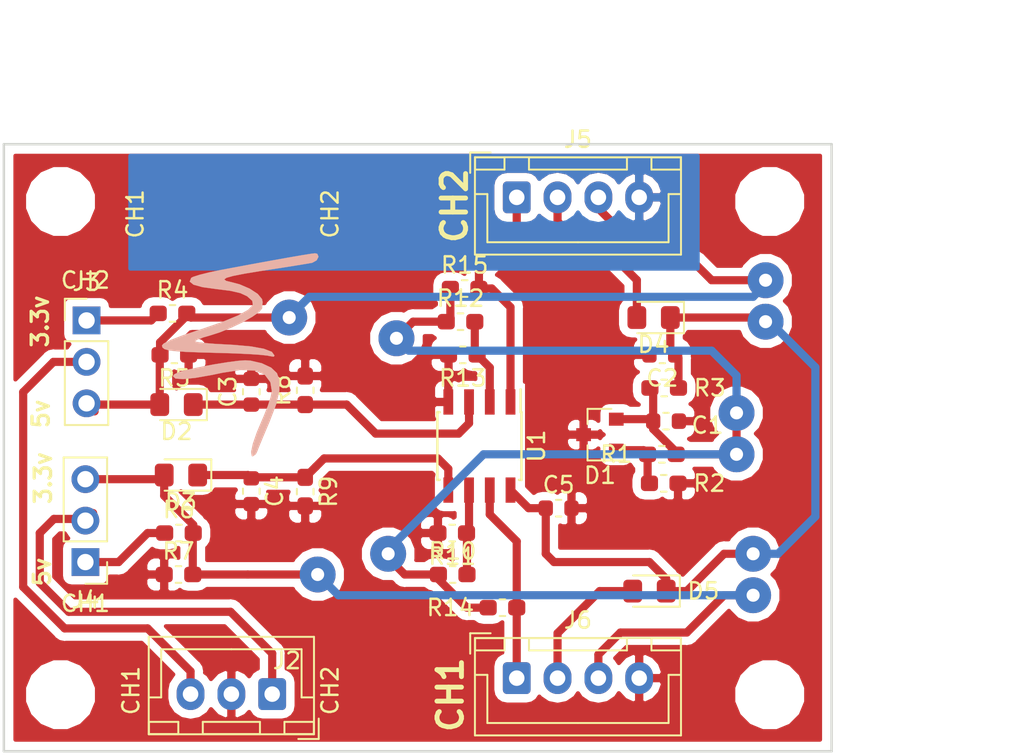
<source format=kicad_pcb>
(kicad_pcb (version 20171130) (host pcbnew "(5.0.1)-3")

  (general
    (thickness 1.6)
    (drawings 18)
    (tracks 164)
    (zones 0)
    (modules 36)
    (nets 19)
  )

  (page A4)
  (layers
    (0 F.Cu signal)
    (31 B.Cu signal)
    (32 B.Adhes user)
    (33 F.Adhes user)
    (34 B.Paste user)
    (35 F.Paste user)
    (36 B.SilkS user hide)
    (37 F.SilkS user)
    (38 B.Mask user)
    (39 F.Mask user)
    (40 Dwgs.User user hide)
    (41 Cmts.User user)
    (42 Eco1.User user)
    (43 Eco2.User user)
    (44 Edge.Cuts user)
    (45 Margin user)
    (46 B.CrtYd user)
    (47 F.CrtYd user)
    (48 B.Fab user)
    (49 F.Fab user hide)
  )

  (setup
    (last_trace_width 0.5)
    (trace_clearance 0.2)
    (zone_clearance 0.508)
    (zone_45_only no)
    (trace_min 0.2)
    (segment_width 0.2)
    (edge_width 0.15)
    (via_size 2.2)
    (via_drill 0.8)
    (via_min_size 0.4)
    (via_min_drill 0.3)
    (uvia_size 0.3)
    (uvia_drill 0.1)
    (uvias_allowed no)
    (uvia_min_size 0.2)
    (uvia_min_drill 0.1)
    (pcb_text_width 0.3)
    (pcb_text_size 1.5 1.5)
    (mod_edge_width 0.15)
    (mod_text_size 0.8 0.8)
    (mod_text_width 0.1)
    (pad_size 1.7 1.95)
    (pad_drill 0.95)
    (pad_to_mask_clearance 0.051)
    (solder_mask_min_width 0.25)
    (aux_axis_origin 0 0)
    (visible_elements 7FFFFFFF)
    (pcbplotparams
      (layerselection 0x010fc_ffffffff)
      (usegerberextensions false)
      (usegerberattributes false)
      (usegerberadvancedattributes false)
      (creategerberjobfile false)
      (excludeedgelayer true)
      (linewidth 0.100000)
      (plotframeref false)
      (viasonmask false)
      (mode 1)
      (useauxorigin false)
      (hpglpennumber 1)
      (hpglpenspeed 20)
      (hpglpendiameter 15.000000)
      (psnegative false)
      (psa4output false)
      (plotreference true)
      (plotvalue true)
      (plotinvisibletext false)
      (padsonsilk false)
      (subtractmaskfromsilk false)
      (outputformat 1)
      (mirror false)
      (drillshape 0)
      (scaleselection 1)
      (outputdirectory "gerbersCNC/"))
  )

  (net 0 "")
  (net 1 +12V)
  (net 2 GND)
  (net 3 /ch2_input)
  (net 4 /ch1_input)
  (net 5 /ch1_enable)
  (net 6 /ch1_output)
  (net 7 /ch2_output)
  (net 8 /ch2_enable)
  (net 9 "Net-(D4-Pad2)")
  (net 10 /Vref)
  (net 11 "Net-(R10-Pad2)")
  (net 12 "Net-(D1-Pad1)")
  (net 13 "Net-(C3-Pad1)")
  (net 14 "Net-(C4-Pad1)")
  (net 15 "Net-(D5-Pad2)")
  (net 16 "Net-(J3-Pad1)")
  (net 17 "Net-(J4-Pad1)")
  (net 18 "Net-(R12-Pad2)")

  (net_class Default "This is the default net class."
    (clearance 0.2)
    (trace_width 0.5)
    (via_dia 2.2)
    (via_drill 0.8)
    (uvia_dia 0.3)
    (uvia_drill 0.1)
    (add_net +12V)
    (add_net /Vref)
    (add_net /ch1_enable)
    (add_net /ch1_input)
    (add_net /ch1_output)
    (add_net /ch2_enable)
    (add_net /ch2_input)
    (add_net /ch2_output)
    (add_net GND)
    (add_net "Net-(C3-Pad1)")
    (add_net "Net-(C4-Pad1)")
    (add_net "Net-(D1-Pad1)")
    (add_net "Net-(D4-Pad2)")
    (add_net "Net-(D5-Pad2)")
    (add_net "Net-(J3-Pad1)")
    (add_net "Net-(J4-Pad1)")
    (add_net "Net-(R10-Pad2)")
    (add_net "Net-(R12-Pad2)")
  )

  (module Capacitor_SMD:C_0603_1608Metric (layer F.Cu) (tedit 5B301BBE) (tstamp 5E7483D4)
    (at 147.32 93.472)
    (descr "Capacitor SMD 0603 (1608 Metric), square (rectangular) end terminal, IPC_7351 nominal, (Body size source: http://www.tortai-tech.com/upload/download/2011102023233369053.pdf), generated with kicad-footprint-generator")
    (tags capacitor)
    (path /5D1D38EE)
    (attr smd)
    (fp_text reference C1 (at 2.54 0.254) (layer F.SilkS)
      (effects (font (size 1 1) (thickness 0.15)))
    )
    (fp_text value 10nF (at 0 1.43) (layer F.Fab)
      (effects (font (size 1 1) (thickness 0.15)))
    )
    (fp_line (start -0.8 0.4) (end -0.8 -0.4) (layer F.Fab) (width 0.1))
    (fp_line (start -0.8 -0.4) (end 0.8 -0.4) (layer F.Fab) (width 0.1))
    (fp_line (start 0.8 -0.4) (end 0.8 0.4) (layer F.Fab) (width 0.1))
    (fp_line (start 0.8 0.4) (end -0.8 0.4) (layer F.Fab) (width 0.1))
    (fp_line (start -0.162779 -0.51) (end 0.162779 -0.51) (layer F.SilkS) (width 0.12))
    (fp_line (start -0.162779 0.51) (end 0.162779 0.51) (layer F.SilkS) (width 0.12))
    (fp_line (start -1.48 0.73) (end -1.48 -0.73) (layer F.CrtYd) (width 0.05))
    (fp_line (start -1.48 -0.73) (end 1.48 -0.73) (layer F.CrtYd) (width 0.05))
    (fp_line (start 1.48 -0.73) (end 1.48 0.73) (layer F.CrtYd) (width 0.05))
    (fp_line (start 1.48 0.73) (end -1.48 0.73) (layer F.CrtYd) (width 0.05))
    (fp_text user %R (at 0 0) (layer F.Fab)
      (effects (font (size 0.4 0.4) (thickness 0.06)))
    )
    (pad 1 smd roundrect (at -0.7875 0) (size 0.875 0.95) (layers F.Cu F.Paste F.Mask) (roundrect_rratio 0.25)
      (net 10 /Vref))
    (pad 2 smd roundrect (at 0.7875 0) (size 0.875 0.95) (layers F.Cu F.Paste F.Mask) (roundrect_rratio 0.25)
      (net 2 GND))
    (model ${KISYS3DMOD}/Capacitor_SMD.3dshapes/C_0603_1608Metric.wrl
      (at (xyz 0 0 0))
      (scale (xyz 1 1 1))
      (rotate (xyz 0 0 0))
    )
  )

  (module Package_TO_SOT_SMD:SOT-23 (layer F.Cu) (tedit 5A02FF57) (tstamp 5E7493A8)
    (at 143.272 94.3 180)
    (descr "SOT-23, Standard")
    (tags SOT-23)
    (path /5D1EF6F2)
    (attr smd)
    (fp_text reference D1 (at 0 -2.5 180) (layer F.SilkS)
      (effects (font (size 1 1) (thickness 0.15)))
    )
    (fp_text value TL432DBZ (at 0 2.5 180) (layer F.Fab)
      (effects (font (size 1 1) (thickness 0.15)))
    )
    (fp_text user %R (at 0 0 270) (layer F.Fab)
      (effects (font (size 0.5 0.5) (thickness 0.075)))
    )
    (fp_line (start -0.7 -0.95) (end -0.7 1.5) (layer F.Fab) (width 0.1))
    (fp_line (start -0.15 -1.52) (end 0.7 -1.52) (layer F.Fab) (width 0.1))
    (fp_line (start -0.7 -0.95) (end -0.15 -1.52) (layer F.Fab) (width 0.1))
    (fp_line (start 0.7 -1.52) (end 0.7 1.52) (layer F.Fab) (width 0.1))
    (fp_line (start -0.7 1.52) (end 0.7 1.52) (layer F.Fab) (width 0.1))
    (fp_line (start 0.76 1.58) (end 0.76 0.65) (layer F.SilkS) (width 0.12))
    (fp_line (start 0.76 -1.58) (end 0.76 -0.65) (layer F.SilkS) (width 0.12))
    (fp_line (start -1.7 -1.75) (end 1.7 -1.75) (layer F.CrtYd) (width 0.05))
    (fp_line (start 1.7 -1.75) (end 1.7 1.75) (layer F.CrtYd) (width 0.05))
    (fp_line (start 1.7 1.75) (end -1.7 1.75) (layer F.CrtYd) (width 0.05))
    (fp_line (start -1.7 1.75) (end -1.7 -1.75) (layer F.CrtYd) (width 0.05))
    (fp_line (start 0.76 -1.58) (end -1.4 -1.58) (layer F.SilkS) (width 0.12))
    (fp_line (start 0.76 1.58) (end -0.7 1.58) (layer F.SilkS) (width 0.12))
    (pad 1 smd rect (at -1 -0.95 180) (size 0.9 0.8) (layers F.Cu F.Paste F.Mask)
      (net 12 "Net-(D1-Pad1)"))
    (pad 2 smd rect (at -1 0.95 180) (size 0.9 0.8) (layers F.Cu F.Paste F.Mask)
      (net 10 /Vref))
    (pad 3 smd rect (at 1 0 180) (size 0.9 0.8) (layers F.Cu F.Paste F.Mask)
      (net 2 GND))
    (model ${KISYS3DMOD}/Package_TO_SOT_SMD.3dshapes/SOT-23.wrl
      (at (xyz 0 0 0))
      (scale (xyz 1 1 1))
      (rotate (xyz 0 0 0))
    )
  )

  (module Resistor_SMD:R_0603_1608Metric_Pad1.05x0.95mm_HandSolder (layer F.Cu) (tedit 5B301BBD) (tstamp 5E74A1B4)
    (at 134.874 89.408 180)
    (descr "Resistor SMD 0603 (1608 Metric), square (rectangular) end terminal, IPC_7351 nominal with elongated pad for handsoldering. (Body size source: http://www.tortai-tech.com/upload/download/2011102023233369053.pdf), generated with kicad-footprint-generator")
    (tags "resistor handsolder")
    (path /5C8038D3)
    (attr smd)
    (fp_text reference R13 (at 0 -1.43 180) (layer F.SilkS)
      (effects (font (size 1 1) (thickness 0.15)))
    )
    (fp_text value 100k (at 0 1.43 180) (layer F.Fab)
      (effects (font (size 1 1) (thickness 0.15)))
    )
    (fp_text user %R (at 0 0 180) (layer F.Fab)
      (effects (font (size 0.4 0.4) (thickness 0.06)))
    )
    (fp_line (start 1.65 0.73) (end -1.65 0.73) (layer F.CrtYd) (width 0.05))
    (fp_line (start 1.65 -0.73) (end 1.65 0.73) (layer F.CrtYd) (width 0.05))
    (fp_line (start -1.65 -0.73) (end 1.65 -0.73) (layer F.CrtYd) (width 0.05))
    (fp_line (start -1.65 0.73) (end -1.65 -0.73) (layer F.CrtYd) (width 0.05))
    (fp_line (start -0.171267 0.51) (end 0.171267 0.51) (layer F.SilkS) (width 0.12))
    (fp_line (start -0.171267 -0.51) (end 0.171267 -0.51) (layer F.SilkS) (width 0.12))
    (fp_line (start 0.8 0.4) (end -0.8 0.4) (layer F.Fab) (width 0.1))
    (fp_line (start 0.8 -0.4) (end 0.8 0.4) (layer F.Fab) (width 0.1))
    (fp_line (start -0.8 -0.4) (end 0.8 -0.4) (layer F.Fab) (width 0.1))
    (fp_line (start -0.8 0.4) (end -0.8 -0.4) (layer F.Fab) (width 0.1))
    (pad 2 smd roundrect (at 0.875 0 180) (size 1.05 0.95) (layers F.Cu F.Paste F.Mask) (roundrect_rratio 0.25)
      (net 2 GND))
    (pad 1 smd roundrect (at -0.875 0 180) (size 1.05 0.95) (layers F.Cu F.Paste F.Mask) (roundrect_rratio 0.25)
      (net 18 "Net-(R12-Pad2)"))
    (model ${KISYS3DMOD}/Resistor_SMD.3dshapes/R_0603_1608Metric.wrl
      (at (xyz 0 0 0))
      (scale (xyz 1 1 1))
      (rotate (xyz 0 0 0))
    )
  )

  (module Resistor_SMD:R_0603_1608Metric_Pad1.05x0.95mm_HandSolder (layer F.Cu) (tedit 5B301BBD) (tstamp 5E748512)
    (at 125.222 97.79 270)
    (descr "Resistor SMD 0603 (1608 Metric), square (rectangular) end terminal, IPC_7351 nominal with elongated pad for handsoldering. (Body size source: http://www.tortai-tech.com/upload/download/2011102023233369053.pdf), generated with kicad-footprint-generator")
    (tags "resistor handsolder")
    (path /5C8034B0)
    (attr smd)
    (fp_text reference R9 (at 0 -1.43 270) (layer F.SilkS)
      (effects (font (size 1 1) (thickness 0.15)))
    )
    (fp_text value 100k (at 0 1.43 270) (layer F.Fab)
      (effects (font (size 1 1) (thickness 0.15)))
    )
    (fp_text user %R (at 0 0 270) (layer F.Fab)
      (effects (font (size 0.4 0.4) (thickness 0.06)))
    )
    (fp_line (start 1.65 0.73) (end -1.65 0.73) (layer F.CrtYd) (width 0.05))
    (fp_line (start 1.65 -0.73) (end 1.65 0.73) (layer F.CrtYd) (width 0.05))
    (fp_line (start -1.65 -0.73) (end 1.65 -0.73) (layer F.CrtYd) (width 0.05))
    (fp_line (start -1.65 0.73) (end -1.65 -0.73) (layer F.CrtYd) (width 0.05))
    (fp_line (start -0.171267 0.51) (end 0.171267 0.51) (layer F.SilkS) (width 0.12))
    (fp_line (start -0.171267 -0.51) (end 0.171267 -0.51) (layer F.SilkS) (width 0.12))
    (fp_line (start 0.8 0.4) (end -0.8 0.4) (layer F.Fab) (width 0.1))
    (fp_line (start 0.8 -0.4) (end 0.8 0.4) (layer F.Fab) (width 0.1))
    (fp_line (start -0.8 -0.4) (end 0.8 -0.4) (layer F.Fab) (width 0.1))
    (fp_line (start -0.8 0.4) (end -0.8 -0.4) (layer F.Fab) (width 0.1))
    (pad 2 smd roundrect (at 0.875 0 270) (size 1.05 0.95) (layers F.Cu F.Paste F.Mask) (roundrect_rratio 0.25)
      (net 2 GND))
    (pad 1 smd roundrect (at -0.875 0 270) (size 1.05 0.95) (layers F.Cu F.Paste F.Mask) (roundrect_rratio 0.25)
      (net 14 "Net-(C4-Pad1)"))
    (model ${KISYS3DMOD}/Resistor_SMD.3dshapes/R_0603_1608Metric.wrl
      (at (xyz 0 0 0))
      (scale (xyz 1 1 1))
      (rotate (xyz 0 0 0))
    )
  )

  (module Package_SO:SOIC-8_3.9x4.9mm_P1.27mm (layer F.Cu) (tedit 5E6E49F1) (tstamp 5E748F0F)
    (at 135.89 94.996 270)
    (descr "8-Lead Plastic Small Outline (SN) - Narrow, 3.90 mm Body [SOIC] (see Microchip Packaging Specification 00000049BS.pdf)")
    (tags "SOIC 1.27")
    (path /5C8031A3)
    (attr smd)
    (fp_text reference U1 (at 0 -3.5 270) (layer F.SilkS)
      (effects (font (size 1 1) (thickness 0.15)))
    )
    (fp_text value LM393 (at 0 3.5 270) (layer F.Fab)
      (effects (font (size 1 1) (thickness 0.15)))
    )
    (fp_text user %R (at 0 0 270) (layer F.Fab)
      (effects (font (size 1 1) (thickness 0.15)))
    )
    (fp_line (start -0.95 -2.45) (end 1.95 -2.45) (layer F.Fab) (width 0.1))
    (fp_line (start 1.95 -2.45) (end 1.95 2.45) (layer F.Fab) (width 0.1))
    (fp_line (start 1.95 2.45) (end -1.95 2.45) (layer F.Fab) (width 0.1))
    (fp_line (start -1.95 2.45) (end -1.95 -1.45) (layer F.Fab) (width 0.1))
    (fp_line (start -1.95 -1.45) (end -0.95 -2.45) (layer F.Fab) (width 0.1))
    (fp_line (start -3.73 -2.7) (end -3.73 2.7) (layer F.CrtYd) (width 0.05))
    (fp_line (start 3.73 -2.7) (end 3.73 2.7) (layer F.CrtYd) (width 0.05))
    (fp_line (start -3.73 -2.7) (end 3.73 -2.7) (layer F.CrtYd) (width 0.05))
    (fp_line (start -3.73 2.7) (end 3.73 2.7) (layer F.CrtYd) (width 0.05))
    (fp_line (start -2.075 -2.575) (end -2.075 -2.525) (layer F.SilkS) (width 0.15))
    (fp_line (start 2.075 -2.575) (end 2.075 -2.43) (layer F.SilkS) (width 0.15))
    (fp_line (start 2.075 2.575) (end 2.075 2.43) (layer F.SilkS) (width 0.15))
    (fp_line (start -2.075 2.575) (end -2.075 2.43) (layer F.SilkS) (width 0.15))
    (fp_line (start -2.075 -2.575) (end 2.075 -2.575) (layer F.SilkS) (width 0.15))
    (fp_line (start -2.075 2.575) (end 2.075 2.575) (layer F.SilkS) (width 0.15))
    (fp_line (start -2.075 -2.525) (end -3.475 -2.525) (layer F.SilkS) (width 0.15))
    (pad 1 smd rect (at -2.7 -1.905 270) (size 1.55 0.6) (layers F.Cu F.Paste F.Mask)
      (net 5 /ch1_enable))
    (pad 2 smd rect (at -2.7 -0.635 270) (size 1.55 0.6) (layers F.Cu F.Paste F.Mask)
      (net 18 "Net-(R12-Pad2)"))
    (pad 3 smd rect (at -2.7 0.635 270) (size 1.55 0.6) (layers F.Cu F.Paste F.Mask)
      (net 13 "Net-(C3-Pad1)"))
    (pad 4 smd rect (at -2.7 1.905 270) (size 1.55 0.6) (layers F.Cu F.Paste F.Mask)
      (net 2 GND))
    (pad 5 smd rect (at 2.7 1.905 270) (size 1.55 0.6) (layers F.Cu F.Paste F.Mask)
      (net 14 "Net-(C4-Pad1)"))
    (pad 6 smd rect (at 2.7 0.635 270) (size 1.55 0.6) (layers F.Cu F.Paste F.Mask)
      (net 11 "Net-(R10-Pad2)"))
    (pad 7 smd rect (at 2.7 -0.635 270) (size 1.55 0.6) (layers F.Cu F.Paste F.Mask)
      (net 8 /ch2_enable))
    (pad 8 smd rect (at 2.7 -1.905 270) (size 1.55 0.6) (layers F.Cu F.Paste F.Mask)
      (net 1 +12V))
    (model ${KISYS3DMOD}/Package_SO.3dshapes/SOIC-8_3.9x4.9mm_P1.27mm.wrl
      (at (xyz 0 0 0))
      (scale (xyz 1 1 1))
      (rotate (xyz 0 0 0))
    )
  )

  (module MountingHole:MountingHole_3.2mm_M3 (layer F.Cu) (tedit 5D0983D0) (tstamp 5D0FC4E1)
    (at 153.67 110.236)
    (descr "Mounting Hole 3.2mm, no annular, M3")
    (tags "mounting hole 3.2mm no annular m3")
    (attr virtual)
    (fp_text reference REF** (at 0 -4.2) (layer F.SilkS) hide
      (effects (font (size 1 1) (thickness 0.15)))
    )
    (fp_text value MountingHole_3.2mm_M3 (at 0 4.2) (layer F.Fab)
      (effects (font (size 1 1) (thickness 0.15)))
    )
    (fp_text user %R (at 0.3 0) (layer F.Fab)
      (effects (font (size 1 1) (thickness 0.15)))
    )
    (fp_circle (center 0 0) (end 3.2 0) (layer Cmts.User) (width 0.15))
    (fp_circle (center 0 0) (end 3.45 0) (layer F.CrtYd) (width 0.05))
    (pad 1 np_thru_hole circle (at 0 0) (size 3.2 3.2) (drill 3.2) (layers *.Cu *.Mask))
  )

  (module MountingHole:MountingHole_3.2mm_M3 (layer F.Cu) (tedit 5D0983C0) (tstamp 5D0FC4DA)
    (at 110.236 80.01)
    (descr "Mounting Hole 3.2mm, no annular, M3")
    (tags "mounting hole 3.2mm no annular m3")
    (attr virtual)
    (fp_text reference REF** (at 0 -4.2) (layer F.SilkS) hide
      (effects (font (size 1 1) (thickness 0.15)))
    )
    (fp_text value MountingHole_3.2mm_M3 (at 0 4.2) (layer F.Fab)
      (effects (font (size 1 1) (thickness 0.15)))
    )
    (fp_text user %R (at 0.3 0) (layer F.Fab)
      (effects (font (size 1 1) (thickness 0.15)))
    )
    (fp_circle (center 0 0) (end 3.2 0) (layer Cmts.User) (width 0.15))
    (fp_circle (center 0 0) (end 3.45 0) (layer F.CrtYd) (width 0.05))
    (pad 1 np_thru_hole circle (at 0 0) (size 3.2 3.2) (drill 3.2) (layers *.Cu *.Mask))
  )

  (module MountingHole:MountingHole_3.2mm_M3 (layer F.Cu) (tedit 5D0983D4) (tstamp 5D0FC4D3)
    (at 110.236 110.236)
    (descr "Mounting Hole 3.2mm, no annular, M3")
    (tags "mounting hole 3.2mm no annular m3")
    (attr virtual)
    (fp_text reference REF** (at 0 -4.2) (layer F.SilkS) hide
      (effects (font (size 1 1) (thickness 0.15)))
    )
    (fp_text value MountingHole_3.2mm_M3 (at 0.508 5.334) (layer F.Fab) hide
      (effects (font (size 1 1) (thickness 0.15)))
    )
    (fp_text user %R (at 0.3 0) (layer F.Fab)
      (effects (font (size 1 1) (thickness 0.15)))
    )
    (fp_circle (center 0 0) (end 3.2 0) (layer Cmts.User) (width 0.15))
    (fp_circle (center 0 0) (end 3.45 0) (layer F.CrtYd) (width 0.05))
    (pad 1 np_thru_hole circle (at 0 0) (size 3.2 3.2) (drill 3.2) (layers *.Cu *.Mask))
  )

  (module Connector_JST:JST_XH_B03B-XH-A_1x03_P2.50mm_Vertical (layer F.Cu) (tedit 5B7754C5) (tstamp 5C8E4D3D)
    (at 123.2 110.2 180)
    (descr "JST XH series connector, B03B-XH-A (http://www.jst-mfg.com/product/pdf/eng/eXH.pdf), generated with kicad-footprint-generator")
    (tags "connector JST XH side entry")
    (path /5C802138)
    (fp_text reference J2 (at -0.9 2.05 180) (layer F.SilkS)
      (effects (font (size 1 1) (thickness 0.15)))
    )
    (fp_text value Conn_01x03 (at 2.95 -1.95 180) (layer F.Fab)
      (effects (font (size 1 1) (thickness 0.15)))
    )
    (fp_line (start -2.45 -2.35) (end -2.45 3.4) (layer F.Fab) (width 0.1))
    (fp_line (start -2.45 3.4) (end 7.45 3.4) (layer F.Fab) (width 0.1))
    (fp_line (start 7.45 3.4) (end 7.45 -2.35) (layer F.Fab) (width 0.1))
    (fp_line (start 7.45 -2.35) (end -2.45 -2.35) (layer F.Fab) (width 0.1))
    (fp_line (start -2.56 -2.46) (end -2.56 3.51) (layer F.SilkS) (width 0.12))
    (fp_line (start -2.56 3.51) (end 7.56 3.51) (layer F.SilkS) (width 0.12))
    (fp_line (start 7.56 3.51) (end 7.56 -2.46) (layer F.SilkS) (width 0.12))
    (fp_line (start 7.56 -2.46) (end -2.56 -2.46) (layer F.SilkS) (width 0.12))
    (fp_line (start -2.95 -2.85) (end -2.95 3.9) (layer F.CrtYd) (width 0.05))
    (fp_line (start -2.95 3.9) (end 7.95 3.9) (layer F.CrtYd) (width 0.05))
    (fp_line (start 7.95 3.9) (end 7.95 -2.85) (layer F.CrtYd) (width 0.05))
    (fp_line (start 7.95 -2.85) (end -2.95 -2.85) (layer F.CrtYd) (width 0.05))
    (fp_line (start -0.625 -2.35) (end 0 -1.35) (layer F.Fab) (width 0.1))
    (fp_line (start 0 -1.35) (end 0.625 -2.35) (layer F.Fab) (width 0.1))
    (fp_line (start 0.75 -2.45) (end 0.75 -1.7) (layer F.SilkS) (width 0.12))
    (fp_line (start 0.75 -1.7) (end 4.25 -1.7) (layer F.SilkS) (width 0.12))
    (fp_line (start 4.25 -1.7) (end 4.25 -2.45) (layer F.SilkS) (width 0.12))
    (fp_line (start 4.25 -2.45) (end 0.75 -2.45) (layer F.SilkS) (width 0.12))
    (fp_line (start -2.55 -2.45) (end -2.55 -1.7) (layer F.SilkS) (width 0.12))
    (fp_line (start -2.55 -1.7) (end -0.75 -1.7) (layer F.SilkS) (width 0.12))
    (fp_line (start -0.75 -1.7) (end -0.75 -2.45) (layer F.SilkS) (width 0.12))
    (fp_line (start -0.75 -2.45) (end -2.55 -2.45) (layer F.SilkS) (width 0.12))
    (fp_line (start 5.75 -2.45) (end 5.75 -1.7) (layer F.SilkS) (width 0.12))
    (fp_line (start 5.75 -1.7) (end 7.55 -1.7) (layer F.SilkS) (width 0.12))
    (fp_line (start 7.55 -1.7) (end 7.55 -2.45) (layer F.SilkS) (width 0.12))
    (fp_line (start 7.55 -2.45) (end 5.75 -2.45) (layer F.SilkS) (width 0.12))
    (fp_line (start -2.55 -0.2) (end -1.8 -0.2) (layer F.SilkS) (width 0.12))
    (fp_line (start -1.8 -0.2) (end -1.8 2.75) (layer F.SilkS) (width 0.12))
    (fp_line (start -1.8 2.75) (end 2.5 2.75) (layer F.SilkS) (width 0.12))
    (fp_line (start 7.55 -0.2) (end 6.8 -0.2) (layer F.SilkS) (width 0.12))
    (fp_line (start 6.8 -0.2) (end 6.8 2.75) (layer F.SilkS) (width 0.12))
    (fp_line (start 6.8 2.75) (end 2.5 2.75) (layer F.SilkS) (width 0.12))
    (fp_line (start -1.6 -2.75) (end -2.85 -2.75) (layer F.SilkS) (width 0.12))
    (fp_line (start -2.85 -2.75) (end -2.85 -1.5) (layer F.SilkS) (width 0.12))
    (fp_text user %R (at -0.9 2.05 180) (layer F.Fab)
      (effects (font (size 1 1) (thickness 0.15)))
    )
    (pad 1 thru_hole roundrect (at 0 0 180) (size 1.7 1.95) (drill 0.95) (layers *.Cu *.Mask) (roundrect_rratio 0.147059)
      (net 4 /ch1_input))
    (pad 2 thru_hole oval (at 2.5 0 180) (size 1.7 1.95) (drill 0.95) (layers *.Cu *.Mask)
      (net 2 GND))
    (pad 3 thru_hole oval (at 5 0 180) (size 1.7 1.95) (drill 0.95) (layers *.Cu *.Mask)
      (net 3 /ch2_input))
    (model ${KISYS3DMOD}/Connector_JST.3dshapes/JST_XH_B03B-XH-A_1x03_P2.50mm_Vertical.wrl
      (at (xyz 0 0 0))
      (scale (xyz 1 1 1))
      (rotate (xyz 0 0 0))
    )
  )

  (module ml_logo:ML_Logo (layer B.Cu) (tedit 0) (tstamp 5D0FBD41)
    (at 121.158 89.408 270)
    (fp_text reference G*** (at 5.842 4.572 270) (layer B.SilkS) hide
      (effects (font (size 1.524 1.524) (thickness 0.3)) (justify mirror))
    )
    (fp_text value LOGO (at -4.572 4.572 270) (layer B.SilkS) hide
      (effects (font (size 1.524 1.524) (thickness 0.3)) (justify mirror))
    )
    (fp_poly (pts (xy 1.453015 3.880254) (xy 1.486479 3.418381) (xy 1.411872 2.664402) (xy 1.230095 1.631252)
      (xy 1.100201 1.018098) (xy 0.927611 -0.109332) (xy 0.966577 -0.97695) (xy 1.21686 -1.584098)
      (xy 1.678216 -1.930119) (xy 2.214865 -2.018543) (xy 2.58487 -1.949839) (xy 3.145836 -1.768138)
      (xy 3.787397 -1.510056) (xy 3.901609 -1.458913) (xy 4.76076 -1.095062) (xy 5.456136 -0.855597)
      (xy 5.9488 -0.75072) (xy 6.199814 -0.790631) (xy 6.223842 -0.850544) (xy 6.086782 -1.040256)
      (xy 5.929471 -1.120354) (xy 5.652766 -1.228084) (xy 5.151615 -1.43478) (xy 4.510178 -1.705463)
      (xy 4.120899 -1.872028) (xy 3.039497 -2.283428) (xy 2.184746 -2.484242) (xy 1.524917 -2.47934)
      (xy 1.11967 -2.332673) (xy 0.783673 -1.978373) (xy 0.51366 -1.403055) (xy 0.355945 -0.721551)
      (xy 0.333692 -0.38388) (xy 0.364747 0.041488) (xy 0.450911 0.698507) (xy 0.578113 1.489593)
      (xy 0.698276 2.144702) (xy 0.884526 3.033718) (xy 1.042856 3.622655) (xy 1.184292 3.945595)
      (xy 1.310579 4.037086) (xy 1.453015 3.880254)) (layer B.SilkS) (width 0.01))
    (fp_poly (pts (xy -0.447799 4.677159) (xy -0.350536 4.551497) (xy -0.277038 4.291944) (xy -0.22199 3.857495)
      (xy -0.180079 3.207146) (xy -0.145991 2.299892) (xy -0.116364 1.177483) (xy -0.086755 0.226168)
      (xy -0.047148 -0.621582) (xy -0.001542 -1.302222) (xy 0.046066 -1.752205) (xy 0.076817 -1.892384)
      (xy 0.1137 -2.132539) (xy 0.044998 -2.186755) (xy -0.183918 -2.021975) (xy -0.372225 -1.537226)
      (xy -0.51656 -0.746893) (xy -0.613563 0.334636) (xy -0.632983 0.7149) (xy -0.675531 1.48523)
      (xy -0.727483 2.115182) (xy -0.782218 2.539105) (xy -0.832349 2.691391) (xy -0.933714 2.543351)
      (xy -1.07226 2.163236) (xy -1.165679 1.83296) (xy -1.375501 1.172042) (xy -1.667109 0.456141)
      (xy -2.001167 -0.238347) (xy -2.338337 -0.835025) (xy -2.639282 -1.257497) (xy -2.842996 -1.424531)
      (xy -3.244705 -1.456647) (xy -3.416895 -1.418594) (xy -3.735704 -1.155621) (xy -4.056408 -0.66466)
      (xy -4.321367 -0.048837) (xy -4.4474 0.425236) (xy -4.533679 0.776758) (xy -4.623136 0.893202)
      (xy -4.722196 0.755938) (xy -4.837284 0.346336) (xy -4.974827 -0.354234) (xy -5.141247 -1.364402)
      (xy -5.203195 -1.766225) (xy -5.339266 -2.648673) (xy -5.463959 -3.43734) (xy -5.565581 -4.059669)
      (xy -5.632437 -4.443101) (xy -5.643744 -4.499669) (xy -5.79234 -4.766295) (xy -6.014664 -4.879658)
      (xy -6.190763 -4.805012) (xy -6.224476 -4.667881) (xy -6.193656 -4.407975) (xy -6.104516 -3.85109)
      (xy -5.96294 -3.030483) (xy -5.774815 -1.979416) (xy -5.546027 -0.731148) (xy -5.282461 0.681061)
      (xy -5.207727 1.077535) (xy -5.057832 1.799753) (xy -4.907751 2.402058) (xy -4.778845 2.804213)
      (xy -4.717365 2.919455) (xy -4.489736 3.008993) (xy -4.300316 2.7791) (xy -4.14678 2.224546)
      (xy -4.030013 1.372216) (xy -3.921272 0.5106) (xy -3.783506 -0.089719) (xy -3.59174 -0.503843)
      (xy -3.320996 -0.806872) (xy -3.299232 -0.825208) (xy -3.051155 -0.855484) (xy -2.758481 -0.56816)
      (xy -2.419318 0.040278) (xy -2.031774 0.973346) (xy -1.593955 2.234559) (xy -1.5086 2.500036)
      (xy -1.177243 3.48848) (xy -0.902625 4.196369) (xy -0.691852 4.606899) (xy -0.57414 4.709934)
      (xy -0.447799 4.677159)) (layer B.SilkS) (width 0.01))
  )

  (module MountingHole:MountingHole_3.2mm_M3 (layer F.Cu) (tedit 5D0983C8) (tstamp 5D0FC3A6)
    (at 153.67 80.01)
    (descr "Mounting Hole 3.2mm, no annular, M3")
    (tags "mounting hole 3.2mm no annular m3")
    (attr virtual)
    (fp_text reference REF** (at 0 -4.2) (layer F.SilkS) hide
      (effects (font (size 1 1) (thickness 0.15)))
    )
    (fp_text value MountingHole_3.2mm_M3 (at 0 4.2) (layer F.Fab)
      (effects (font (size 1 1) (thickness 0.15)))
    )
    (fp_circle (center 0 0) (end 3.45 0) (layer F.CrtYd) (width 0.05))
    (fp_circle (center 0 0) (end 3.2 0) (layer Cmts.User) (width 0.15))
    (fp_text user %R (at 0.3 0) (layer F.Fab)
      (effects (font (size 1 1) (thickness 0.15)))
    )
    (pad 1 np_thru_hole circle (at 0 0) (size 3.2 3.2) (drill 3.2) (layers *.Cu *.Mask))
  )

  (module Capacitor_SMD:C_0603_1608Metric (layer F.Cu) (tedit 5B301BBE) (tstamp 5E7483E5)
    (at 147.0915 89.408 180)
    (descr "Capacitor SMD 0603 (1608 Metric), square (rectangular) end terminal, IPC_7351 nominal, (Body size source: http://www.tortai-tech.com/upload/download/2011102023233369053.pdf), generated with kicad-footprint-generator")
    (tags capacitor)
    (path /5C820B4C)
    (attr smd)
    (fp_text reference C2 (at 0 -1.43 180) (layer F.SilkS)
      (effects (font (size 1 1) (thickness 0.15)))
    )
    (fp_text value 0.1uF (at 0 1.43 180) (layer F.Fab)
      (effects (font (size 1 1) (thickness 0.15)))
    )
    (fp_text user %R (at 0 0 180) (layer F.Fab)
      (effects (font (size 0.4 0.4) (thickness 0.06)))
    )
    (fp_line (start 1.48 0.73) (end -1.48 0.73) (layer F.CrtYd) (width 0.05))
    (fp_line (start 1.48 -0.73) (end 1.48 0.73) (layer F.CrtYd) (width 0.05))
    (fp_line (start -1.48 -0.73) (end 1.48 -0.73) (layer F.CrtYd) (width 0.05))
    (fp_line (start -1.48 0.73) (end -1.48 -0.73) (layer F.CrtYd) (width 0.05))
    (fp_line (start -0.162779 0.51) (end 0.162779 0.51) (layer F.SilkS) (width 0.12))
    (fp_line (start -0.162779 -0.51) (end 0.162779 -0.51) (layer F.SilkS) (width 0.12))
    (fp_line (start 0.8 0.4) (end -0.8 0.4) (layer F.Fab) (width 0.1))
    (fp_line (start 0.8 -0.4) (end 0.8 0.4) (layer F.Fab) (width 0.1))
    (fp_line (start -0.8 -0.4) (end 0.8 -0.4) (layer F.Fab) (width 0.1))
    (fp_line (start -0.8 0.4) (end -0.8 -0.4) (layer F.Fab) (width 0.1))
    (pad 2 smd roundrect (at 0.7875 0 180) (size 0.875 0.95) (layers F.Cu F.Paste F.Mask) (roundrect_rratio 0.25)
      (net 2 GND))
    (pad 1 smd roundrect (at -0.7875 0 180) (size 0.875 0.95) (layers F.Cu F.Paste F.Mask) (roundrect_rratio 0.25)
      (net 1 +12V))
    (model ${KISYS3DMOD}/Capacitor_SMD.3dshapes/C_0603_1608Metric.wrl
      (at (xyz 0 0 0))
      (scale (xyz 1 1 1))
      (rotate (xyz 0 0 0))
    )
  )

  (module Capacitor_SMD:C_0603_1608Metric (layer F.Cu) (tedit 5B301BBE) (tstamp 5E74AC5A)
    (at 121.92 91.6685 90)
    (descr "Capacitor SMD 0603 (1608 Metric), square (rectangular) end terminal, IPC_7351 nominal, (Body size source: http://www.tortai-tech.com/upload/download/2011102023233369053.pdf), generated with kicad-footprint-generator")
    (tags capacitor)
    (path /5E76F4A8)
    (attr smd)
    (fp_text reference C3 (at 0 -1.43 90) (layer F.SilkS)
      (effects (font (size 1 1) (thickness 0.15)))
    )
    (fp_text value 0.1uF (at 0 1.43 90) (layer F.Fab)
      (effects (font (size 1 1) (thickness 0.15)))
    )
    (fp_line (start -0.8 0.4) (end -0.8 -0.4) (layer F.Fab) (width 0.1))
    (fp_line (start -0.8 -0.4) (end 0.8 -0.4) (layer F.Fab) (width 0.1))
    (fp_line (start 0.8 -0.4) (end 0.8 0.4) (layer F.Fab) (width 0.1))
    (fp_line (start 0.8 0.4) (end -0.8 0.4) (layer F.Fab) (width 0.1))
    (fp_line (start -0.162779 -0.51) (end 0.162779 -0.51) (layer F.SilkS) (width 0.12))
    (fp_line (start -0.162779 0.51) (end 0.162779 0.51) (layer F.SilkS) (width 0.12))
    (fp_line (start -1.48 0.73) (end -1.48 -0.73) (layer F.CrtYd) (width 0.05))
    (fp_line (start -1.48 -0.73) (end 1.48 -0.73) (layer F.CrtYd) (width 0.05))
    (fp_line (start 1.48 -0.73) (end 1.48 0.73) (layer F.CrtYd) (width 0.05))
    (fp_line (start 1.48 0.73) (end -1.48 0.73) (layer F.CrtYd) (width 0.05))
    (fp_text user %R (at 0 0 90) (layer F.Fab)
      (effects (font (size 0.4 0.4) (thickness 0.06)))
    )
    (pad 1 smd roundrect (at -0.7875 0 90) (size 0.875 0.95) (layers F.Cu F.Paste F.Mask) (roundrect_rratio 0.25)
      (net 13 "Net-(C3-Pad1)"))
    (pad 2 smd roundrect (at 0.7875 0 90) (size 0.875 0.95) (layers F.Cu F.Paste F.Mask) (roundrect_rratio 0.25)
      (net 2 GND))
    (model ${KISYS3DMOD}/Capacitor_SMD.3dshapes/C_0603_1608Metric.wrl
      (at (xyz 0 0 0))
      (scale (xyz 1 1 1))
      (rotate (xyz 0 0 0))
    )
  )

  (module Capacitor_SMD:C_0603_1608Metric (layer F.Cu) (tedit 5B301BBE) (tstamp 5E748407)
    (at 121.92 97.7645 270)
    (descr "Capacitor SMD 0603 (1608 Metric), square (rectangular) end terminal, IPC_7351 nominal, (Body size source: http://www.tortai-tech.com/upload/download/2011102023233369053.pdf), generated with kicad-footprint-generator")
    (tags capacitor)
    (path /5C803A46)
    (attr smd)
    (fp_text reference C4 (at 0 -1.43 270) (layer F.SilkS)
      (effects (font (size 1 1) (thickness 0.15)))
    )
    (fp_text value 0.1uF (at 0 1.43 270) (layer F.Fab)
      (effects (font (size 1 1) (thickness 0.15)))
    )
    (fp_text user %R (at 0 0 270) (layer F.Fab)
      (effects (font (size 0.4 0.4) (thickness 0.06)))
    )
    (fp_line (start 1.48 0.73) (end -1.48 0.73) (layer F.CrtYd) (width 0.05))
    (fp_line (start 1.48 -0.73) (end 1.48 0.73) (layer F.CrtYd) (width 0.05))
    (fp_line (start -1.48 -0.73) (end 1.48 -0.73) (layer F.CrtYd) (width 0.05))
    (fp_line (start -1.48 0.73) (end -1.48 -0.73) (layer F.CrtYd) (width 0.05))
    (fp_line (start -0.162779 0.51) (end 0.162779 0.51) (layer F.SilkS) (width 0.12))
    (fp_line (start -0.162779 -0.51) (end 0.162779 -0.51) (layer F.SilkS) (width 0.12))
    (fp_line (start 0.8 0.4) (end -0.8 0.4) (layer F.Fab) (width 0.1))
    (fp_line (start 0.8 -0.4) (end 0.8 0.4) (layer F.Fab) (width 0.1))
    (fp_line (start -0.8 -0.4) (end 0.8 -0.4) (layer F.Fab) (width 0.1))
    (fp_line (start -0.8 0.4) (end -0.8 -0.4) (layer F.Fab) (width 0.1))
    (pad 2 smd roundrect (at 0.7875 0 270) (size 0.875 0.95) (layers F.Cu F.Paste F.Mask) (roundrect_rratio 0.25)
      (net 2 GND))
    (pad 1 smd roundrect (at -0.7875 0 270) (size 0.875 0.95) (layers F.Cu F.Paste F.Mask) (roundrect_rratio 0.25)
      (net 14 "Net-(C4-Pad1)"))
    (model ${KISYS3DMOD}/Capacitor_SMD.3dshapes/C_0603_1608Metric.wrl
      (at (xyz 0 0 0))
      (scale (xyz 1 1 1))
      (rotate (xyz 0 0 0))
    )
  )

  (module Capacitor_SMD:C_0603_1608Metric (layer F.Cu) (tedit 5B301BBE) (tstamp 5E748418)
    (at 140.7415 98.806)
    (descr "Capacitor SMD 0603 (1608 Metric), square (rectangular) end terminal, IPC_7351 nominal, (Body size source: http://www.tortai-tech.com/upload/download/2011102023233369053.pdf), generated with kicad-footprint-generator")
    (tags capacitor)
    (path /5C8192F3)
    (attr smd)
    (fp_text reference C5 (at 0 -1.43) (layer F.SilkS)
      (effects (font (size 1 1) (thickness 0.15)))
    )
    (fp_text value 0.1uF (at 0 1.43) (layer F.Fab)
      (effects (font (size 1 1) (thickness 0.15)))
    )
    (fp_line (start -0.8 0.4) (end -0.8 -0.4) (layer F.Fab) (width 0.1))
    (fp_line (start -0.8 -0.4) (end 0.8 -0.4) (layer F.Fab) (width 0.1))
    (fp_line (start 0.8 -0.4) (end 0.8 0.4) (layer F.Fab) (width 0.1))
    (fp_line (start 0.8 0.4) (end -0.8 0.4) (layer F.Fab) (width 0.1))
    (fp_line (start -0.162779 -0.51) (end 0.162779 -0.51) (layer F.SilkS) (width 0.12))
    (fp_line (start -0.162779 0.51) (end 0.162779 0.51) (layer F.SilkS) (width 0.12))
    (fp_line (start -1.48 0.73) (end -1.48 -0.73) (layer F.CrtYd) (width 0.05))
    (fp_line (start -1.48 -0.73) (end 1.48 -0.73) (layer F.CrtYd) (width 0.05))
    (fp_line (start 1.48 -0.73) (end 1.48 0.73) (layer F.CrtYd) (width 0.05))
    (fp_line (start 1.48 0.73) (end -1.48 0.73) (layer F.CrtYd) (width 0.05))
    (fp_text user %R (at 0 0) (layer F.Fab)
      (effects (font (size 0.4 0.4) (thickness 0.06)))
    )
    (pad 1 smd roundrect (at -0.7875 0) (size 0.875 0.95) (layers F.Cu F.Paste F.Mask) (roundrect_rratio 0.25)
      (net 1 +12V))
    (pad 2 smd roundrect (at 0.7875 0) (size 0.875 0.95) (layers F.Cu F.Paste F.Mask) (roundrect_rratio 0.25)
      (net 2 GND))
    (model ${KISYS3DMOD}/Capacitor_SMD.3dshapes/C_0603_1608Metric.wrl
      (at (xyz 0 0 0))
      (scale (xyz 1 1 1))
      (rotate (xyz 0 0 0))
    )
  )

  (module Diode_SMD:D_0805_2012Metric_Pad1.15x1.40mm_HandSolder (layer F.Cu) (tedit 5B4B45C8) (tstamp 5E748440)
    (at 117.339 92.456 180)
    (descr "Diode SMD 0805 (2012 Metric), square (rectangular) end terminal, IPC_7351 nominal, (Body size source: https://docs.google.com/spreadsheets/d/1BsfQQcO9C6DZCsRaXUlFlo91Tg2WpOkGARC1WS5S8t0/edit?usp=sharing), generated with kicad-footprint-generator")
    (tags "diode handsolder")
    (path /5E76F4CA)
    (attr smd)
    (fp_text reference D2 (at 0 -1.65 180) (layer F.SilkS)
      (effects (font (size 1 1) (thickness 0.15)))
    )
    (fp_text value 1N4148 (at 0 1.65 180) (layer F.Fab)
      (effects (font (size 1 1) (thickness 0.15)))
    )
    (fp_line (start 1 -0.6) (end -0.7 -0.6) (layer F.Fab) (width 0.1))
    (fp_line (start -0.7 -0.6) (end -1 -0.3) (layer F.Fab) (width 0.1))
    (fp_line (start -1 -0.3) (end -1 0.6) (layer F.Fab) (width 0.1))
    (fp_line (start -1 0.6) (end 1 0.6) (layer F.Fab) (width 0.1))
    (fp_line (start 1 0.6) (end 1 -0.6) (layer F.Fab) (width 0.1))
    (fp_line (start 1 -0.96) (end -1.86 -0.96) (layer F.SilkS) (width 0.12))
    (fp_line (start -1.86 -0.96) (end -1.86 0.96) (layer F.SilkS) (width 0.12))
    (fp_line (start -1.86 0.96) (end 1 0.96) (layer F.SilkS) (width 0.12))
    (fp_line (start -1.85 0.95) (end -1.85 -0.95) (layer F.CrtYd) (width 0.05))
    (fp_line (start -1.85 -0.95) (end 1.85 -0.95) (layer F.CrtYd) (width 0.05))
    (fp_line (start 1.85 -0.95) (end 1.85 0.95) (layer F.CrtYd) (width 0.05))
    (fp_line (start 1.85 0.95) (end -1.85 0.95) (layer F.CrtYd) (width 0.05))
    (fp_text user %R (at 0 0 180) (layer F.Fab)
      (effects (font (size 0.5 0.5) (thickness 0.08)))
    )
    (pad 1 smd roundrect (at -1.025 0 180) (size 1.15 1.4) (layers F.Cu F.Paste F.Mask) (roundrect_rratio 0.217391)
      (net 13 "Net-(C3-Pad1)"))
    (pad 2 smd roundrect (at 1.025 0 180) (size 1.15 1.4) (layers F.Cu F.Paste F.Mask) (roundrect_rratio 0.217391)
      (net 7 /ch2_output))
    (model ${KISYS3DMOD}/Diode_SMD.3dshapes/D_0805_2012Metric.wrl
      (at (xyz 0 0 0))
      (scale (xyz 1 1 1))
      (rotate (xyz 0 0 0))
    )
  )

  (module Diode_SMD:D_0805_2012Metric_Pad1.15x1.40mm_HandSolder (layer F.Cu) (tedit 5B4B45C8) (tstamp 5E748453)
    (at 117.611 96.774 180)
    (descr "Diode SMD 0805 (2012 Metric), square (rectangular) end terminal, IPC_7351 nominal, (Body size source: https://docs.google.com/spreadsheets/d/1BsfQQcO9C6DZCsRaXUlFlo91Tg2WpOkGARC1WS5S8t0/edit?usp=sharing), generated with kicad-footprint-generator")
    (tags "diode handsolder")
    (path /5E6DCC91)
    (attr smd)
    (fp_text reference D3 (at 0 -1.65 180) (layer F.SilkS)
      (effects (font (size 1 1) (thickness 0.15)))
    )
    (fp_text value 1N4148 (at 0 1.65 180) (layer F.Fab)
      (effects (font (size 1 1) (thickness 0.15)))
    )
    (fp_text user %R (at 0 0 180) (layer F.Fab)
      (effects (font (size 0.5 0.5) (thickness 0.08)))
    )
    (fp_line (start 1.85 0.95) (end -1.85 0.95) (layer F.CrtYd) (width 0.05))
    (fp_line (start 1.85 -0.95) (end 1.85 0.95) (layer F.CrtYd) (width 0.05))
    (fp_line (start -1.85 -0.95) (end 1.85 -0.95) (layer F.CrtYd) (width 0.05))
    (fp_line (start -1.85 0.95) (end -1.85 -0.95) (layer F.CrtYd) (width 0.05))
    (fp_line (start -1.86 0.96) (end 1 0.96) (layer F.SilkS) (width 0.12))
    (fp_line (start -1.86 -0.96) (end -1.86 0.96) (layer F.SilkS) (width 0.12))
    (fp_line (start 1 -0.96) (end -1.86 -0.96) (layer F.SilkS) (width 0.12))
    (fp_line (start 1 0.6) (end 1 -0.6) (layer F.Fab) (width 0.1))
    (fp_line (start -1 0.6) (end 1 0.6) (layer F.Fab) (width 0.1))
    (fp_line (start -1 -0.3) (end -1 0.6) (layer F.Fab) (width 0.1))
    (fp_line (start -0.7 -0.6) (end -1 -0.3) (layer F.Fab) (width 0.1))
    (fp_line (start 1 -0.6) (end -0.7 -0.6) (layer F.Fab) (width 0.1))
    (pad 2 smd roundrect (at 1.025 0 180) (size 1.15 1.4) (layers F.Cu F.Paste F.Mask) (roundrect_rratio 0.217391)
      (net 6 /ch1_output))
    (pad 1 smd roundrect (at -1.025 0 180) (size 1.15 1.4) (layers F.Cu F.Paste F.Mask) (roundrect_rratio 0.217391)
      (net 14 "Net-(C4-Pad1)"))
    (model ${KISYS3DMOD}/Diode_SMD.3dshapes/D_0805_2012Metric.wrl
      (at (xyz 0 0 0))
      (scale (xyz 1 1 1))
      (rotate (xyz 0 0 0))
    )
  )

  (module Diode_SMD:D_0805_2012Metric_Pad1.15x1.40mm_HandSolder (layer F.Cu) (tedit 5B4B45C8) (tstamp 5E748466)
    (at 146.558 87.122 180)
    (descr "Diode SMD 0805 (2012 Metric), square (rectangular) end terminal, IPC_7351 nominal, (Body size source: https://docs.google.com/spreadsheets/d/1BsfQQcO9C6DZCsRaXUlFlo91Tg2WpOkGARC1WS5S8t0/edit?usp=sharing), generated with kicad-footprint-generator")
    (tags "diode handsolder")
    (path /5C852391)
    (attr smd)
    (fp_text reference D4 (at 0 -1.65 180) (layer F.SilkS)
      (effects (font (size 1 1) (thickness 0.15)))
    )
    (fp_text value D_Schottky (at 0 1.65 180) (layer F.Fab)
      (effects (font (size 1 1) (thickness 0.15)))
    )
    (fp_line (start 1 -0.6) (end -0.7 -0.6) (layer F.Fab) (width 0.1))
    (fp_line (start -0.7 -0.6) (end -1 -0.3) (layer F.Fab) (width 0.1))
    (fp_line (start -1 -0.3) (end -1 0.6) (layer F.Fab) (width 0.1))
    (fp_line (start -1 0.6) (end 1 0.6) (layer F.Fab) (width 0.1))
    (fp_line (start 1 0.6) (end 1 -0.6) (layer F.Fab) (width 0.1))
    (fp_line (start 1 -0.96) (end -1.86 -0.96) (layer F.SilkS) (width 0.12))
    (fp_line (start -1.86 -0.96) (end -1.86 0.96) (layer F.SilkS) (width 0.12))
    (fp_line (start -1.86 0.96) (end 1 0.96) (layer F.SilkS) (width 0.12))
    (fp_line (start -1.85 0.95) (end -1.85 -0.95) (layer F.CrtYd) (width 0.05))
    (fp_line (start -1.85 -0.95) (end 1.85 -0.95) (layer F.CrtYd) (width 0.05))
    (fp_line (start 1.85 -0.95) (end 1.85 0.95) (layer F.CrtYd) (width 0.05))
    (fp_line (start 1.85 0.95) (end -1.85 0.95) (layer F.CrtYd) (width 0.05))
    (fp_text user %R (at 0 0 180) (layer F.Fab)
      (effects (font (size 0.5 0.5) (thickness 0.08)))
    )
    (pad 1 smd roundrect (at -1.025 0 180) (size 1.15 1.4) (layers F.Cu F.Paste F.Mask) (roundrect_rratio 0.217391)
      (net 1 +12V))
    (pad 2 smd roundrect (at 1.025 0 180) (size 1.15 1.4) (layers F.Cu F.Paste F.Mask) (roundrect_rratio 0.217391)
      (net 9 "Net-(D4-Pad2)"))
    (model ${KISYS3DMOD}/Diode_SMD.3dshapes/D_0805_2012Metric.wrl
      (at (xyz 0 0 0))
      (scale (xyz 1 1 1))
      (rotate (xyz 0 0 0))
    )
  )

  (module Diode_SMD:D_0805_2012Metric_Pad1.15x1.40mm_HandSolder (layer F.Cu) (tedit 5B4B45C8) (tstamp 5E748479)
    (at 146.304 103.886 180)
    (descr "Diode SMD 0805 (2012 Metric), square (rectangular) end terminal, IPC_7351 nominal, (Body size source: https://docs.google.com/spreadsheets/d/1BsfQQcO9C6DZCsRaXUlFlo91Tg2WpOkGARC1WS5S8t0/edit?usp=sharing), generated with kicad-footprint-generator")
    (tags "diode handsolder")
    (path /5C84E26A)
    (attr smd)
    (fp_text reference D5 (at -3.302 0 180) (layer F.SilkS)
      (effects (font (size 1 1) (thickness 0.15)))
    )
    (fp_text value D_Schottky (at 0 1.65 180) (layer F.Fab)
      (effects (font (size 1 1) (thickness 0.15)))
    )
    (fp_text user %R (at 0 0 180) (layer F.Fab)
      (effects (font (size 0.5 0.5) (thickness 0.08)))
    )
    (fp_line (start 1.85 0.95) (end -1.85 0.95) (layer F.CrtYd) (width 0.05))
    (fp_line (start 1.85 -0.95) (end 1.85 0.95) (layer F.CrtYd) (width 0.05))
    (fp_line (start -1.85 -0.95) (end 1.85 -0.95) (layer F.CrtYd) (width 0.05))
    (fp_line (start -1.85 0.95) (end -1.85 -0.95) (layer F.CrtYd) (width 0.05))
    (fp_line (start -1.86 0.96) (end 1 0.96) (layer F.SilkS) (width 0.12))
    (fp_line (start -1.86 -0.96) (end -1.86 0.96) (layer F.SilkS) (width 0.12))
    (fp_line (start 1 -0.96) (end -1.86 -0.96) (layer F.SilkS) (width 0.12))
    (fp_line (start 1 0.6) (end 1 -0.6) (layer F.Fab) (width 0.1))
    (fp_line (start -1 0.6) (end 1 0.6) (layer F.Fab) (width 0.1))
    (fp_line (start -1 -0.3) (end -1 0.6) (layer F.Fab) (width 0.1))
    (fp_line (start -0.7 -0.6) (end -1 -0.3) (layer F.Fab) (width 0.1))
    (fp_line (start 1 -0.6) (end -0.7 -0.6) (layer F.Fab) (width 0.1))
    (pad 2 smd roundrect (at 1.025 0 180) (size 1.15 1.4) (layers F.Cu F.Paste F.Mask) (roundrect_rratio 0.217391)
      (net 15 "Net-(D5-Pad2)"))
    (pad 1 smd roundrect (at -1.025 0 180) (size 1.15 1.4) (layers F.Cu F.Paste F.Mask) (roundrect_rratio 0.217391)
      (net 1 +12V))
    (model ${KISYS3DMOD}/Diode_SMD.3dshapes/D_0805_2012Metric.wrl
      (at (xyz 0 0 0))
      (scale (xyz 1 1 1))
      (rotate (xyz 0 0 0))
    )
  )

  (module Resistor_SMD:R_0603_1608Metric_Pad1.05x0.95mm_HandSolder (layer F.Cu) (tedit 5B301BBD) (tstamp 5E74B5A2)
    (at 147.066 95.504 180)
    (descr "Resistor SMD 0603 (1608 Metric), square (rectangular) end terminal, IPC_7351 nominal with elongated pad for handsoldering. (Body size source: http://www.tortai-tech.com/upload/download/2011102023233369053.pdf), generated with kicad-footprint-generator")
    (tags "resistor handsolder")
    (path /5D069473)
    (attr smd)
    (fp_text reference R1 (at 2.794 0 180) (layer F.SilkS)
      (effects (font (size 1 1) (thickness 0.15)))
    )
    (fp_text value 32k (at 0 1.43 180) (layer F.Fab)
      (effects (font (size 1 1) (thickness 0.15)))
    )
    (fp_text user %R (at 0 0 180) (layer F.Fab)
      (effects (font (size 0.4 0.4) (thickness 0.06)))
    )
    (fp_line (start 1.65 0.73) (end -1.65 0.73) (layer F.CrtYd) (width 0.05))
    (fp_line (start 1.65 -0.73) (end 1.65 0.73) (layer F.CrtYd) (width 0.05))
    (fp_line (start -1.65 -0.73) (end 1.65 -0.73) (layer F.CrtYd) (width 0.05))
    (fp_line (start -1.65 0.73) (end -1.65 -0.73) (layer F.CrtYd) (width 0.05))
    (fp_line (start -0.171267 0.51) (end 0.171267 0.51) (layer F.SilkS) (width 0.12))
    (fp_line (start -0.171267 -0.51) (end 0.171267 -0.51) (layer F.SilkS) (width 0.12))
    (fp_line (start 0.8 0.4) (end -0.8 0.4) (layer F.Fab) (width 0.1))
    (fp_line (start 0.8 -0.4) (end 0.8 0.4) (layer F.Fab) (width 0.1))
    (fp_line (start -0.8 -0.4) (end 0.8 -0.4) (layer F.Fab) (width 0.1))
    (fp_line (start -0.8 0.4) (end -0.8 -0.4) (layer F.Fab) (width 0.1))
    (pad 2 smd roundrect (at 0.875 0 180) (size 1.05 0.95) (layers F.Cu F.Paste F.Mask) (roundrect_rratio 0.25)
      (net 12 "Net-(D1-Pad1)"))
    (pad 1 smd roundrect (at -0.875 0 180) (size 1.05 0.95) (layers F.Cu F.Paste F.Mask) (roundrect_rratio 0.25)
      (net 10 /Vref))
    (model ${KISYS3DMOD}/Resistor_SMD.3dshapes/R_0603_1608Metric.wrl
      (at (xyz 0 0 0))
      (scale (xyz 1 1 1))
      (rotate (xyz 0 0 0))
    )
  )

  (module Resistor_SMD:R_0603_1608Metric_Pad1.05x0.95mm_HandSolder (layer F.Cu) (tedit 5B301BBD) (tstamp 5E74B541)
    (at 147.179 97.282)
    (descr "Resistor SMD 0603 (1608 Metric), square (rectangular) end terminal, IPC_7351 nominal with elongated pad for handsoldering. (Body size source: http://www.tortai-tech.com/upload/download/2011102023233369053.pdf), generated with kicad-footprint-generator")
    (tags "resistor handsolder")
    (path /5D0693E7)
    (attr smd)
    (fp_text reference R2 (at 2.794 0) (layer F.SilkS)
      (effects (font (size 1 1) (thickness 0.15)))
    )
    (fp_text value 100k (at 0 1.43) (layer F.Fab)
      (effects (font (size 1 1) (thickness 0.15)))
    )
    (fp_line (start -0.8 0.4) (end -0.8 -0.4) (layer F.Fab) (width 0.1))
    (fp_line (start -0.8 -0.4) (end 0.8 -0.4) (layer F.Fab) (width 0.1))
    (fp_line (start 0.8 -0.4) (end 0.8 0.4) (layer F.Fab) (width 0.1))
    (fp_line (start 0.8 0.4) (end -0.8 0.4) (layer F.Fab) (width 0.1))
    (fp_line (start -0.171267 -0.51) (end 0.171267 -0.51) (layer F.SilkS) (width 0.12))
    (fp_line (start -0.171267 0.51) (end 0.171267 0.51) (layer F.SilkS) (width 0.12))
    (fp_line (start -1.65 0.73) (end -1.65 -0.73) (layer F.CrtYd) (width 0.05))
    (fp_line (start -1.65 -0.73) (end 1.65 -0.73) (layer F.CrtYd) (width 0.05))
    (fp_line (start 1.65 -0.73) (end 1.65 0.73) (layer F.CrtYd) (width 0.05))
    (fp_line (start 1.65 0.73) (end -1.65 0.73) (layer F.CrtYd) (width 0.05))
    (fp_text user %R (at 0 0) (layer F.Fab)
      (effects (font (size 0.4 0.4) (thickness 0.06)))
    )
    (pad 1 smd roundrect (at -0.875 0) (size 1.05 0.95) (layers F.Cu F.Paste F.Mask) (roundrect_rratio 0.25)
      (net 12 "Net-(D1-Pad1)"))
    (pad 2 smd roundrect (at 0.875 0) (size 1.05 0.95) (layers F.Cu F.Paste F.Mask) (roundrect_rratio 0.25)
      (net 2 GND))
    (model ${KISYS3DMOD}/Resistor_SMD.3dshapes/R_0603_1608Metric.wrl
      (at (xyz 0 0 0))
      (scale (xyz 1 1 1))
      (rotate (xyz 0 0 0))
    )
  )

  (module Resistor_SMD:R_0603_1608Metric_Pad1.05x0.95mm_HandSolder (layer F.Cu) (tedit 5B301BBD) (tstamp 5E749044)
    (at 147.207 91.44 180)
    (descr "Resistor SMD 0603 (1608 Metric), square (rectangular) end terminal, IPC_7351 nominal with elongated pad for handsoldering. (Body size source: http://www.tortai-tech.com/upload/download/2011102023233369053.pdf), generated with kicad-footprint-generator")
    (tags "resistor handsolder")
    (path /5C834122)
    (attr smd)
    (fp_text reference R3 (at -2.794 0 180) (layer F.SilkS)
      (effects (font (size 1 1) (thickness 0.15)))
    )
    (fp_text value 470 (at 0 1.43 180) (layer F.Fab)
      (effects (font (size 1 1) (thickness 0.15)))
    )
    (fp_text user %R (at 0 0 180) (layer F.Fab)
      (effects (font (size 0.4 0.4) (thickness 0.06)))
    )
    (fp_line (start 1.65 0.73) (end -1.65 0.73) (layer F.CrtYd) (width 0.05))
    (fp_line (start 1.65 -0.73) (end 1.65 0.73) (layer F.CrtYd) (width 0.05))
    (fp_line (start -1.65 -0.73) (end 1.65 -0.73) (layer F.CrtYd) (width 0.05))
    (fp_line (start -1.65 0.73) (end -1.65 -0.73) (layer F.CrtYd) (width 0.05))
    (fp_line (start -0.171267 0.51) (end 0.171267 0.51) (layer F.SilkS) (width 0.12))
    (fp_line (start -0.171267 -0.51) (end 0.171267 -0.51) (layer F.SilkS) (width 0.12))
    (fp_line (start 0.8 0.4) (end -0.8 0.4) (layer F.Fab) (width 0.1))
    (fp_line (start 0.8 -0.4) (end 0.8 0.4) (layer F.Fab) (width 0.1))
    (fp_line (start -0.8 -0.4) (end 0.8 -0.4) (layer F.Fab) (width 0.1))
    (fp_line (start -0.8 0.4) (end -0.8 -0.4) (layer F.Fab) (width 0.1))
    (pad 2 smd roundrect (at 0.875 0 180) (size 1.05 0.95) (layers F.Cu F.Paste F.Mask) (roundrect_rratio 0.25)
      (net 10 /Vref))
    (pad 1 smd roundrect (at -0.875 0 180) (size 1.05 0.95) (layers F.Cu F.Paste F.Mask) (roundrect_rratio 0.25)
      (net 1 +12V))
    (model ${KISYS3DMOD}/Resistor_SMD.3dshapes/R_0603_1608Metric.wrl
      (at (xyz 0 0 0))
      (scale (xyz 1 1 1))
      (rotate (xyz 0 0 0))
    )
  )

  (module Resistor_SMD:R_0603_1608Metric_Pad1.05x0.95mm_HandSolder (layer F.Cu) (tedit 5B301BBD) (tstamp 5E7484BD)
    (at 117.094 86.868)
    (descr "Resistor SMD 0603 (1608 Metric), square (rectangular) end terminal, IPC_7351 nominal with elongated pad for handsoldering. (Body size source: http://www.tortai-tech.com/upload/download/2011102023233369053.pdf), generated with kicad-footprint-generator")
    (tags "resistor handsolder")
    (path /5E76F493)
    (attr smd)
    (fp_text reference R4 (at 0 -1.43) (layer F.SilkS)
      (effects (font (size 1 1) (thickness 0.15)))
    )
    (fp_text value 100k (at 0 1.43) (layer F.Fab)
      (effects (font (size 1 1) (thickness 0.15)))
    )
    (fp_line (start -0.8 0.4) (end -0.8 -0.4) (layer F.Fab) (width 0.1))
    (fp_line (start -0.8 -0.4) (end 0.8 -0.4) (layer F.Fab) (width 0.1))
    (fp_line (start 0.8 -0.4) (end 0.8 0.4) (layer F.Fab) (width 0.1))
    (fp_line (start 0.8 0.4) (end -0.8 0.4) (layer F.Fab) (width 0.1))
    (fp_line (start -0.171267 -0.51) (end 0.171267 -0.51) (layer F.SilkS) (width 0.12))
    (fp_line (start -0.171267 0.51) (end 0.171267 0.51) (layer F.SilkS) (width 0.12))
    (fp_line (start -1.65 0.73) (end -1.65 -0.73) (layer F.CrtYd) (width 0.05))
    (fp_line (start -1.65 -0.73) (end 1.65 -0.73) (layer F.CrtYd) (width 0.05))
    (fp_line (start 1.65 -0.73) (end 1.65 0.73) (layer F.CrtYd) (width 0.05))
    (fp_line (start 1.65 0.73) (end -1.65 0.73) (layer F.CrtYd) (width 0.05))
    (fp_text user %R (at 0 0) (layer F.Fab)
      (effects (font (size 0.4 0.4) (thickness 0.06)))
    )
    (pad 1 smd roundrect (at -0.875 0) (size 1.05 0.95) (layers F.Cu F.Paste F.Mask) (roundrect_rratio 0.25)
      (net 16 "Net-(J3-Pad1)"))
    (pad 2 smd roundrect (at 0.875 0) (size 1.05 0.95) (layers F.Cu F.Paste F.Mask) (roundrect_rratio 0.25)
      (net 7 /ch2_output))
    (model ${KISYS3DMOD}/Resistor_SMD.3dshapes/R_0603_1608Metric.wrl
      (at (xyz 0 0 0))
      (scale (xyz 1 1 1))
      (rotate (xyz 0 0 0))
    )
  )

  (module Resistor_SMD:R_0603_1608Metric_Pad1.05x0.95mm_HandSolder (layer F.Cu) (tedit 5B301BBD) (tstamp 5E7484CE)
    (at 117.207 89.408 180)
    (descr "Resistor SMD 0603 (1608 Metric), square (rectangular) end terminal, IPC_7351 nominal with elongated pad for handsoldering. (Body size source: http://www.tortai-tech.com/upload/download/2011102023233369053.pdf), generated with kicad-footprint-generator")
    (tags "resistor handsolder")
    (path /5E76F485)
    (attr smd)
    (fp_text reference R5 (at 0 -1.43 180) (layer F.SilkS)
      (effects (font (size 1 1) (thickness 0.15)))
    )
    (fp_text value 200k (at 0 1.43 180) (layer F.Fab)
      (effects (font (size 1 1) (thickness 0.15)))
    )
    (fp_line (start -0.8 0.4) (end -0.8 -0.4) (layer F.Fab) (width 0.1))
    (fp_line (start -0.8 -0.4) (end 0.8 -0.4) (layer F.Fab) (width 0.1))
    (fp_line (start 0.8 -0.4) (end 0.8 0.4) (layer F.Fab) (width 0.1))
    (fp_line (start 0.8 0.4) (end -0.8 0.4) (layer F.Fab) (width 0.1))
    (fp_line (start -0.171267 -0.51) (end 0.171267 -0.51) (layer F.SilkS) (width 0.12))
    (fp_line (start -0.171267 0.51) (end 0.171267 0.51) (layer F.SilkS) (width 0.12))
    (fp_line (start -1.65 0.73) (end -1.65 -0.73) (layer F.CrtYd) (width 0.05))
    (fp_line (start -1.65 -0.73) (end 1.65 -0.73) (layer F.CrtYd) (width 0.05))
    (fp_line (start 1.65 -0.73) (end 1.65 0.73) (layer F.CrtYd) (width 0.05))
    (fp_line (start 1.65 0.73) (end -1.65 0.73) (layer F.CrtYd) (width 0.05))
    (fp_text user %R (at 0 0 180) (layer F.Fab)
      (effects (font (size 0.4 0.4) (thickness 0.06)))
    )
    (pad 1 smd roundrect (at -0.875 0 180) (size 1.05 0.95) (layers F.Cu F.Paste F.Mask) (roundrect_rratio 0.25)
      (net 2 GND))
    (pad 2 smd roundrect (at 0.875 0 180) (size 1.05 0.95) (layers F.Cu F.Paste F.Mask) (roundrect_rratio 0.25)
      (net 7 /ch2_output))
    (model ${KISYS3DMOD}/Resistor_SMD.3dshapes/R_0603_1608Metric.wrl
      (at (xyz 0 0 0))
      (scale (xyz 1 1 1))
      (rotate (xyz 0 0 0))
    )
  )

  (module Resistor_SMD:R_0603_1608Metric_Pad1.05x0.95mm_HandSolder (layer F.Cu) (tedit 5B301BBD) (tstamp 5E7484DF)
    (at 117.489 100.33)
    (descr "Resistor SMD 0603 (1608 Metric), square (rectangular) end terminal, IPC_7351 nominal with elongated pad for handsoldering. (Body size source: http://www.tortai-tech.com/upload/download/2011102023233369053.pdf), generated with kicad-footprint-generator")
    (tags "resistor handsolder")
    (path /5C803897)
    (attr smd)
    (fp_text reference R6 (at 0 -1.43) (layer F.SilkS)
      (effects (font (size 1 1) (thickness 0.15)))
    )
    (fp_text value 100k (at 0 1.43) (layer F.Fab)
      (effects (font (size 1 1) (thickness 0.15)))
    )
    (fp_line (start -0.8 0.4) (end -0.8 -0.4) (layer F.Fab) (width 0.1))
    (fp_line (start -0.8 -0.4) (end 0.8 -0.4) (layer F.Fab) (width 0.1))
    (fp_line (start 0.8 -0.4) (end 0.8 0.4) (layer F.Fab) (width 0.1))
    (fp_line (start 0.8 0.4) (end -0.8 0.4) (layer F.Fab) (width 0.1))
    (fp_line (start -0.171267 -0.51) (end 0.171267 -0.51) (layer F.SilkS) (width 0.12))
    (fp_line (start -0.171267 0.51) (end 0.171267 0.51) (layer F.SilkS) (width 0.12))
    (fp_line (start -1.65 0.73) (end -1.65 -0.73) (layer F.CrtYd) (width 0.05))
    (fp_line (start -1.65 -0.73) (end 1.65 -0.73) (layer F.CrtYd) (width 0.05))
    (fp_line (start 1.65 -0.73) (end 1.65 0.73) (layer F.CrtYd) (width 0.05))
    (fp_line (start 1.65 0.73) (end -1.65 0.73) (layer F.CrtYd) (width 0.05))
    (fp_text user %R (at 0 0) (layer F.Fab)
      (effects (font (size 0.4 0.4) (thickness 0.06)))
    )
    (pad 1 smd roundrect (at -0.875 0) (size 1.05 0.95) (layers F.Cu F.Paste F.Mask) (roundrect_rratio 0.25)
      (net 17 "Net-(J4-Pad1)"))
    (pad 2 smd roundrect (at 0.875 0) (size 1.05 0.95) (layers F.Cu F.Paste F.Mask) (roundrect_rratio 0.25)
      (net 6 /ch1_output))
    (model ${KISYS3DMOD}/Resistor_SMD.3dshapes/R_0603_1608Metric.wrl
      (at (xyz 0 0 0))
      (scale (xyz 1 1 1))
      (rotate (xyz 0 0 0))
    )
  )

  (module Resistor_SMD:R_0603_1608Metric_Pad1.05x0.95mm_HandSolder (layer F.Cu) (tedit 5B301BBD) (tstamp 5E74D0D8)
    (at 117.461 102.87)
    (descr "Resistor SMD 0603 (1608 Metric), square (rectangular) end terminal, IPC_7351 nominal with elongated pad for handsoldering. (Body size source: http://www.tortai-tech.com/upload/download/2011102023233369053.pdf), generated with kicad-footprint-generator")
    (tags "resistor handsolder")
    (path /5C803452)
    (attr smd)
    (fp_text reference R7 (at 0 -1.43) (layer F.SilkS)
      (effects (font (size 1 1) (thickness 0.15)))
    )
    (fp_text value 200k (at 0 1.43) (layer F.Fab)
      (effects (font (size 1 1) (thickness 0.15)))
    )
    (fp_line (start -0.8 0.4) (end -0.8 -0.4) (layer F.Fab) (width 0.1))
    (fp_line (start -0.8 -0.4) (end 0.8 -0.4) (layer F.Fab) (width 0.1))
    (fp_line (start 0.8 -0.4) (end 0.8 0.4) (layer F.Fab) (width 0.1))
    (fp_line (start 0.8 0.4) (end -0.8 0.4) (layer F.Fab) (width 0.1))
    (fp_line (start -0.171267 -0.51) (end 0.171267 -0.51) (layer F.SilkS) (width 0.12))
    (fp_line (start -0.171267 0.51) (end 0.171267 0.51) (layer F.SilkS) (width 0.12))
    (fp_line (start -1.65 0.73) (end -1.65 -0.73) (layer F.CrtYd) (width 0.05))
    (fp_line (start -1.65 -0.73) (end 1.65 -0.73) (layer F.CrtYd) (width 0.05))
    (fp_line (start 1.65 -0.73) (end 1.65 0.73) (layer F.CrtYd) (width 0.05))
    (fp_line (start 1.65 0.73) (end -1.65 0.73) (layer F.CrtYd) (width 0.05))
    (fp_text user %R (at 0 0) (layer F.Fab)
      (effects (font (size 0.4 0.4) (thickness 0.06)))
    )
    (pad 1 smd roundrect (at -0.875 0) (size 1.05 0.95) (layers F.Cu F.Paste F.Mask) (roundrect_rratio 0.25)
      (net 2 GND))
    (pad 2 smd roundrect (at 0.875 0) (size 1.05 0.95) (layers F.Cu F.Paste F.Mask) (roundrect_rratio 0.25)
      (net 6 /ch1_output))
    (model ${KISYS3DMOD}/Resistor_SMD.3dshapes/R_0603_1608Metric.wrl
      (at (xyz 0 0 0))
      (scale (xyz 1 1 1))
      (rotate (xyz 0 0 0))
    )
  )

  (module Resistor_SMD:R_0603_1608Metric_Pad1.05x0.95mm_HandSolder (layer F.Cu) (tedit 5B301BBD) (tstamp 5E748501)
    (at 125.222 91.581 90)
    (descr "Resistor SMD 0603 (1608 Metric), square (rectangular) end terminal, IPC_7351 nominal with elongated pad for handsoldering. (Body size source: http://www.tortai-tech.com/upload/download/2011102023233369053.pdf), generated with kicad-footprint-generator")
    (tags "resistor handsolder")
    (path /5E76F48C)
    (attr smd)
    (fp_text reference R8 (at 0 -1.43 90) (layer F.SilkS)
      (effects (font (size 1 1) (thickness 0.15)))
    )
    (fp_text value 100k (at 0 1.43 90) (layer F.Fab)
      (effects (font (size 1 1) (thickness 0.15)))
    )
    (fp_text user %R (at 0 0 90) (layer F.Fab)
      (effects (font (size 0.4 0.4) (thickness 0.06)))
    )
    (fp_line (start 1.65 0.73) (end -1.65 0.73) (layer F.CrtYd) (width 0.05))
    (fp_line (start 1.65 -0.73) (end 1.65 0.73) (layer F.CrtYd) (width 0.05))
    (fp_line (start -1.65 -0.73) (end 1.65 -0.73) (layer F.CrtYd) (width 0.05))
    (fp_line (start -1.65 0.73) (end -1.65 -0.73) (layer F.CrtYd) (width 0.05))
    (fp_line (start -0.171267 0.51) (end 0.171267 0.51) (layer F.SilkS) (width 0.12))
    (fp_line (start -0.171267 -0.51) (end 0.171267 -0.51) (layer F.SilkS) (width 0.12))
    (fp_line (start 0.8 0.4) (end -0.8 0.4) (layer F.Fab) (width 0.1))
    (fp_line (start 0.8 -0.4) (end 0.8 0.4) (layer F.Fab) (width 0.1))
    (fp_line (start -0.8 -0.4) (end 0.8 -0.4) (layer F.Fab) (width 0.1))
    (fp_line (start -0.8 0.4) (end -0.8 -0.4) (layer F.Fab) (width 0.1))
    (pad 2 smd roundrect (at 0.875 0 90) (size 1.05 0.95) (layers F.Cu F.Paste F.Mask) (roundrect_rratio 0.25)
      (net 2 GND))
    (pad 1 smd roundrect (at -0.875 0 90) (size 1.05 0.95) (layers F.Cu F.Paste F.Mask) (roundrect_rratio 0.25)
      (net 13 "Net-(C3-Pad1)"))
    (model ${KISYS3DMOD}/Resistor_SMD.3dshapes/R_0603_1608Metric.wrl
      (at (xyz 0 0 0))
      (scale (xyz 1 1 1))
      (rotate (xyz 0 0 0))
    )
  )

  (module Resistor_SMD:R_0603_1608Metric_Pad1.05x0.95mm_HandSolder (layer F.Cu) (tedit 5B301BBD) (tstamp 5E748523)
    (at 134.253 102.87)
    (descr "Resistor SMD 0603 (1608 Metric), square (rectangular) end terminal, IPC_7351 nominal with elongated pad for handsoldering. (Body size source: http://www.tortai-tech.com/upload/download/2011102023233369053.pdf), generated with kicad-footprint-generator")
    (tags "resistor handsolder")
    (path /5E76F4A1)
    (attr smd)
    (fp_text reference R10 (at 0 -1.43) (layer F.SilkS)
      (effects (font (size 1 1) (thickness 0.15)))
    )
    (fp_text value 100k (at 0 1.43) (layer F.Fab)
      (effects (font (size 1 1) (thickness 0.15)))
    )
    (fp_line (start -0.8 0.4) (end -0.8 -0.4) (layer F.Fab) (width 0.1))
    (fp_line (start -0.8 -0.4) (end 0.8 -0.4) (layer F.Fab) (width 0.1))
    (fp_line (start 0.8 -0.4) (end 0.8 0.4) (layer F.Fab) (width 0.1))
    (fp_line (start 0.8 0.4) (end -0.8 0.4) (layer F.Fab) (width 0.1))
    (fp_line (start -0.171267 -0.51) (end 0.171267 -0.51) (layer F.SilkS) (width 0.12))
    (fp_line (start -0.171267 0.51) (end 0.171267 0.51) (layer F.SilkS) (width 0.12))
    (fp_line (start -1.65 0.73) (end -1.65 -0.73) (layer F.CrtYd) (width 0.05))
    (fp_line (start -1.65 -0.73) (end 1.65 -0.73) (layer F.CrtYd) (width 0.05))
    (fp_line (start 1.65 -0.73) (end 1.65 0.73) (layer F.CrtYd) (width 0.05))
    (fp_line (start 1.65 0.73) (end -1.65 0.73) (layer F.CrtYd) (width 0.05))
    (fp_text user %R (at 0 0) (layer F.Fab)
      (effects (font (size 0.4 0.4) (thickness 0.06)))
    )
    (pad 1 smd roundrect (at -0.875 0) (size 1.05 0.95) (layers F.Cu F.Paste F.Mask) (roundrect_rratio 0.25)
      (net 10 /Vref))
    (pad 2 smd roundrect (at 0.875 0) (size 1.05 0.95) (layers F.Cu F.Paste F.Mask) (roundrect_rratio 0.25)
      (net 11 "Net-(R10-Pad2)"))
    (model ${KISYS3DMOD}/Resistor_SMD.3dshapes/R_0603_1608Metric.wrl
      (at (xyz 0 0 0))
      (scale (xyz 1 1 1))
      (rotate (xyz 0 0 0))
    )
  )

  (module Resistor_SMD:R_0603_1608Metric_Pad1.05x0.95mm_HandSolder (layer F.Cu) (tedit 5B301BBD) (tstamp 5E748534)
    (at 134.225 100.33 180)
    (descr "Resistor SMD 0603 (1608 Metric), square (rectangular) end terminal, IPC_7351 nominal with elongated pad for handsoldering. (Body size source: http://www.tortai-tech.com/upload/download/2011102023233369053.pdf), generated with kicad-footprint-generator")
    (tags "resistor handsolder")
    (path /5E76F49A)
    (attr smd)
    (fp_text reference R11 (at 0 -1.43 180) (layer F.SilkS)
      (effects (font (size 1 1) (thickness 0.15)))
    )
    (fp_text value 100k (at 0 1.43 180) (layer F.Fab)
      (effects (font (size 1 1) (thickness 0.15)))
    )
    (fp_text user %R (at 0 0 180) (layer F.Fab)
      (effects (font (size 0.4 0.4) (thickness 0.06)))
    )
    (fp_line (start 1.65 0.73) (end -1.65 0.73) (layer F.CrtYd) (width 0.05))
    (fp_line (start 1.65 -0.73) (end 1.65 0.73) (layer F.CrtYd) (width 0.05))
    (fp_line (start -1.65 -0.73) (end 1.65 -0.73) (layer F.CrtYd) (width 0.05))
    (fp_line (start -1.65 0.73) (end -1.65 -0.73) (layer F.CrtYd) (width 0.05))
    (fp_line (start -0.171267 0.51) (end 0.171267 0.51) (layer F.SilkS) (width 0.12))
    (fp_line (start -0.171267 -0.51) (end 0.171267 -0.51) (layer F.SilkS) (width 0.12))
    (fp_line (start 0.8 0.4) (end -0.8 0.4) (layer F.Fab) (width 0.1))
    (fp_line (start 0.8 -0.4) (end 0.8 0.4) (layer F.Fab) (width 0.1))
    (fp_line (start -0.8 -0.4) (end 0.8 -0.4) (layer F.Fab) (width 0.1))
    (fp_line (start -0.8 0.4) (end -0.8 -0.4) (layer F.Fab) (width 0.1))
    (pad 2 smd roundrect (at 0.875 0 180) (size 1.05 0.95) (layers F.Cu F.Paste F.Mask) (roundrect_rratio 0.25)
      (net 2 GND))
    (pad 1 smd roundrect (at -0.875 0 180) (size 1.05 0.95) (layers F.Cu F.Paste F.Mask) (roundrect_rratio 0.25)
      (net 11 "Net-(R10-Pad2)"))
    (model ${KISYS3DMOD}/Resistor_SMD.3dshapes/R_0603_1608Metric.wrl
      (at (xyz 0 0 0))
      (scale (xyz 1 1 1))
      (rotate (xyz 0 0 0))
    )
  )

  (module Resistor_SMD:R_0603_1608Metric_Pad1.05x0.95mm_HandSolder (layer F.Cu) (tedit 5B301BBD) (tstamp 5E748545)
    (at 134.733 87.376)
    (descr "Resistor SMD 0603 (1608 Metric), square (rectangular) end terminal, IPC_7351 nominal with elongated pad for handsoldering. (Body size source: http://www.tortai-tech.com/upload/download/2011102023233369053.pdf), generated with kicad-footprint-generator")
    (tags "resistor handsolder")
    (path /5C803943)
    (attr smd)
    (fp_text reference R12 (at 0 -1.43) (layer F.SilkS)
      (effects (font (size 1 1) (thickness 0.15)))
    )
    (fp_text value 100k (at 0 1.43) (layer F.Fab)
      (effects (font (size 1 1) (thickness 0.15)))
    )
    (fp_line (start -0.8 0.4) (end -0.8 -0.4) (layer F.Fab) (width 0.1))
    (fp_line (start -0.8 -0.4) (end 0.8 -0.4) (layer F.Fab) (width 0.1))
    (fp_line (start 0.8 -0.4) (end 0.8 0.4) (layer F.Fab) (width 0.1))
    (fp_line (start 0.8 0.4) (end -0.8 0.4) (layer F.Fab) (width 0.1))
    (fp_line (start -0.171267 -0.51) (end 0.171267 -0.51) (layer F.SilkS) (width 0.12))
    (fp_line (start -0.171267 0.51) (end 0.171267 0.51) (layer F.SilkS) (width 0.12))
    (fp_line (start -1.65 0.73) (end -1.65 -0.73) (layer F.CrtYd) (width 0.05))
    (fp_line (start -1.65 -0.73) (end 1.65 -0.73) (layer F.CrtYd) (width 0.05))
    (fp_line (start 1.65 -0.73) (end 1.65 0.73) (layer F.CrtYd) (width 0.05))
    (fp_line (start 1.65 0.73) (end -1.65 0.73) (layer F.CrtYd) (width 0.05))
    (fp_text user %R (at 0 0) (layer F.Fab)
      (effects (font (size 0.4 0.4) (thickness 0.06)))
    )
    (pad 1 smd roundrect (at -0.875 0) (size 1.05 0.95) (layers F.Cu F.Paste F.Mask) (roundrect_rratio 0.25)
      (net 10 /Vref))
    (pad 2 smd roundrect (at 0.875 0) (size 1.05 0.95) (layers F.Cu F.Paste F.Mask) (roundrect_rratio 0.25)
      (net 18 "Net-(R12-Pad2)"))
    (model ${KISYS3DMOD}/Resistor_SMD.3dshapes/R_0603_1608Metric.wrl
      (at (xyz 0 0 0))
      (scale (xyz 1 1 1))
      (rotate (xyz 0 0 0))
    )
  )

  (module Resistor_SMD:R_0603_1608Metric_Pad1.05x0.95mm_HandSolder (layer F.Cu) (tedit 5B301BBD) (tstamp 5E748567)
    (at 137.301 104.902)
    (descr "Resistor SMD 0603 (1608 Metric), square (rectangular) end terminal, IPC_7351 nominal with elongated pad for handsoldering. (Body size source: http://www.tortai-tech.com/upload/download/2011102023233369053.pdf), generated with kicad-footprint-generator")
    (tags "resistor handsolder")
    (path /5C84869D)
    (attr smd)
    (fp_text reference R14 (at -3.189 0) (layer F.SilkS)
      (effects (font (size 1 1) (thickness 0.15)))
    )
    (fp_text value 10k (at 0 1.43) (layer F.Fab)
      (effects (font (size 1 1) (thickness 0.15)))
    )
    (fp_line (start -0.8 0.4) (end -0.8 -0.4) (layer F.Fab) (width 0.1))
    (fp_line (start -0.8 -0.4) (end 0.8 -0.4) (layer F.Fab) (width 0.1))
    (fp_line (start 0.8 -0.4) (end 0.8 0.4) (layer F.Fab) (width 0.1))
    (fp_line (start 0.8 0.4) (end -0.8 0.4) (layer F.Fab) (width 0.1))
    (fp_line (start -0.171267 -0.51) (end 0.171267 -0.51) (layer F.SilkS) (width 0.12))
    (fp_line (start -0.171267 0.51) (end 0.171267 0.51) (layer F.SilkS) (width 0.12))
    (fp_line (start -1.65 0.73) (end -1.65 -0.73) (layer F.CrtYd) (width 0.05))
    (fp_line (start -1.65 -0.73) (end 1.65 -0.73) (layer F.CrtYd) (width 0.05))
    (fp_line (start 1.65 -0.73) (end 1.65 0.73) (layer F.CrtYd) (width 0.05))
    (fp_line (start 1.65 0.73) (end -1.65 0.73) (layer F.CrtYd) (width 0.05))
    (fp_text user %R (at 0 0) (layer F.Fab)
      (effects (font (size 0.4 0.4) (thickness 0.06)))
    )
    (pad 1 smd roundrect (at -0.875 0) (size 1.05 0.95) (layers F.Cu F.Paste F.Mask) (roundrect_rratio 0.25)
      (net 10 /Vref))
    (pad 2 smd roundrect (at 0.875 0) (size 1.05 0.95) (layers F.Cu F.Paste F.Mask) (roundrect_rratio 0.25)
      (net 8 /ch2_enable))
    (model ${KISYS3DMOD}/Resistor_SMD.3dshapes/R_0603_1608Metric.wrl
      (at (xyz 0 0 0))
      (scale (xyz 1 1 1))
      (rotate (xyz 0 0 0))
    )
  )

  (module Resistor_SMD:R_0603_1608Metric_Pad1.05x0.95mm_HandSolder (layer F.Cu) (tedit 5B301BBD) (tstamp 5E748578)
    (at 134.987 85.344)
    (descr "Resistor SMD 0603 (1608 Metric), square (rectangular) end terminal, IPC_7351 nominal with elongated pad for handsoldering. (Body size source: http://www.tortai-tech.com/upload/download/2011102023233369053.pdf), generated with kicad-footprint-generator")
    (tags "resistor handsolder")
    (path /5E75CA56)
    (attr smd)
    (fp_text reference R15 (at 0 -1.43) (layer F.SilkS)
      (effects (font (size 1 1) (thickness 0.15)))
    )
    (fp_text value 10k (at 0 1.43) (layer F.Fab)
      (effects (font (size 1 1) (thickness 0.15)))
    )
    (fp_text user %R (at 0 0) (layer F.Fab)
      (effects (font (size 0.4 0.4) (thickness 0.06)))
    )
    (fp_line (start 1.65 0.73) (end -1.65 0.73) (layer F.CrtYd) (width 0.05))
    (fp_line (start 1.65 -0.73) (end 1.65 0.73) (layer F.CrtYd) (width 0.05))
    (fp_line (start -1.65 -0.73) (end 1.65 -0.73) (layer F.CrtYd) (width 0.05))
    (fp_line (start -1.65 0.73) (end -1.65 -0.73) (layer F.CrtYd) (width 0.05))
    (fp_line (start -0.171267 0.51) (end 0.171267 0.51) (layer F.SilkS) (width 0.12))
    (fp_line (start -0.171267 -0.51) (end 0.171267 -0.51) (layer F.SilkS) (width 0.12))
    (fp_line (start 0.8 0.4) (end -0.8 0.4) (layer F.Fab) (width 0.1))
    (fp_line (start 0.8 -0.4) (end 0.8 0.4) (layer F.Fab) (width 0.1))
    (fp_line (start -0.8 -0.4) (end 0.8 -0.4) (layer F.Fab) (width 0.1))
    (fp_line (start -0.8 0.4) (end -0.8 -0.4) (layer F.Fab) (width 0.1))
    (pad 2 smd roundrect (at 0.875 0) (size 1.05 0.95) (layers F.Cu F.Paste F.Mask) (roundrect_rratio 0.25)
      (net 5 /ch1_enable))
    (pad 1 smd roundrect (at -0.875 0) (size 1.05 0.95) (layers F.Cu F.Paste F.Mask) (roundrect_rratio 0.25)
      (net 10 /Vref))
    (model ${KISYS3DMOD}/Resistor_SMD.3dshapes/R_0603_1608Metric.wrl
      (at (xyz 0 0 0))
      (scale (xyz 1 1 1))
      (rotate (xyz 0 0 0))
    )
  )

  (module Connector_PinHeader_2.54mm:PinHeader_1x03_P2.54mm_Vertical (layer F.Cu) (tedit 59FED5CC) (tstamp 5E74968C)
    (at 111.83112 87.2998)
    (descr "Through hole straight pin header, 1x03, 2.54mm pitch, single row")
    (tags "Through hole pin header THT 1x03 2.54mm single row")
    (path /5E76F4BD)
    (fp_text reference J3 (at 0 -2.33) (layer F.SilkS)
      (effects (font (size 1 1) (thickness 0.15)))
    )
    (fp_text value JMP (at 0 7.41) (layer F.Fab)
      (effects (font (size 1 1) (thickness 0.15)))
    )
    (fp_text user %R (at 0 2.54 90) (layer F.Fab)
      (effects (font (size 1 1) (thickness 0.15)))
    )
    (fp_line (start 1.8 -1.8) (end -1.8 -1.8) (layer F.CrtYd) (width 0.05))
    (fp_line (start 1.8 6.85) (end 1.8 -1.8) (layer F.CrtYd) (width 0.05))
    (fp_line (start -1.8 6.85) (end 1.8 6.85) (layer F.CrtYd) (width 0.05))
    (fp_line (start -1.8 -1.8) (end -1.8 6.85) (layer F.CrtYd) (width 0.05))
    (fp_line (start -1.33 -1.33) (end 0 -1.33) (layer F.SilkS) (width 0.12))
    (fp_line (start -1.33 0) (end -1.33 -1.33) (layer F.SilkS) (width 0.12))
    (fp_line (start -1.33 1.27) (end 1.33 1.27) (layer F.SilkS) (width 0.12))
    (fp_line (start 1.33 1.27) (end 1.33 6.41) (layer F.SilkS) (width 0.12))
    (fp_line (start -1.33 1.27) (end -1.33 6.41) (layer F.SilkS) (width 0.12))
    (fp_line (start -1.33 6.41) (end 1.33 6.41) (layer F.SilkS) (width 0.12))
    (fp_line (start -1.27 -0.635) (end -0.635 -1.27) (layer F.Fab) (width 0.1))
    (fp_line (start -1.27 6.35) (end -1.27 -0.635) (layer F.Fab) (width 0.1))
    (fp_line (start 1.27 6.35) (end -1.27 6.35) (layer F.Fab) (width 0.1))
    (fp_line (start 1.27 -1.27) (end 1.27 6.35) (layer F.Fab) (width 0.1))
    (fp_line (start -0.635 -1.27) (end 1.27 -1.27) (layer F.Fab) (width 0.1))
    (pad 3 thru_hole oval (at 0 5.08) (size 1.7 1.7) (drill 1) (layers *.Cu *.Mask)
      (net 7 /ch2_output))
    (pad 2 thru_hole oval (at 0 2.54) (size 1.7 1.7) (drill 1) (layers *.Cu *.Mask)
      (net 3 /ch2_input))
    (pad 1 thru_hole rect (at 0 0) (size 1.7 1.7) (drill 1) (layers *.Cu *.Mask)
      (net 16 "Net-(J3-Pad1)"))
    (model ${KISYS3DMOD}/Connector_PinHeader_2.54mm.3dshapes/PinHeader_1x03_P2.54mm_Vertical.wrl
      (at (xyz 0 0 0))
      (scale (xyz 1 1 1))
      (rotate (xyz 0 0 0))
    )
  )

  (module Connector_PinHeader_2.54mm:PinHeader_1x03_P2.54mm_Vertical (layer F.Cu) (tedit 59FED5CC) (tstamp 5E74A86A)
    (at 111.76 102.108 180)
    (descr "Through hole straight pin header, 1x03, 2.54mm pitch, single row")
    (tags "Through hole pin header THT 1x03 2.54mm single row")
    (path /5C83FC69)
    (fp_text reference J4 (at 0 -2.33 180) (layer F.SilkS)
      (effects (font (size 1 1) (thickness 0.15)))
    )
    (fp_text value JMP (at 0 7.41 180) (layer F.Fab)
      (effects (font (size 1 1) (thickness 0.15)))
    )
    (fp_line (start -0.635 -1.27) (end 1.27 -1.27) (layer F.Fab) (width 0.1))
    (fp_line (start 1.27 -1.27) (end 1.27 6.35) (layer F.Fab) (width 0.1))
    (fp_line (start 1.27 6.35) (end -1.27 6.35) (layer F.Fab) (width 0.1))
    (fp_line (start -1.27 6.35) (end -1.27 -0.635) (layer F.Fab) (width 0.1))
    (fp_line (start -1.27 -0.635) (end -0.635 -1.27) (layer F.Fab) (width 0.1))
    (fp_line (start -1.33 6.41) (end 1.33 6.41) (layer F.SilkS) (width 0.12))
    (fp_line (start -1.33 1.27) (end -1.33 6.41) (layer F.SilkS) (width 0.12))
    (fp_line (start 1.33 1.27) (end 1.33 6.41) (layer F.SilkS) (width 0.12))
    (fp_line (start -1.33 1.27) (end 1.33 1.27) (layer F.SilkS) (width 0.12))
    (fp_line (start -1.33 0) (end -1.33 -1.33) (layer F.SilkS) (width 0.12))
    (fp_line (start -1.33 -1.33) (end 0 -1.33) (layer F.SilkS) (width 0.12))
    (fp_line (start -1.8 -1.8) (end -1.8 6.85) (layer F.CrtYd) (width 0.05))
    (fp_line (start -1.8 6.85) (end 1.8 6.85) (layer F.CrtYd) (width 0.05))
    (fp_line (start 1.8 6.85) (end 1.8 -1.8) (layer F.CrtYd) (width 0.05))
    (fp_line (start 1.8 -1.8) (end -1.8 -1.8) (layer F.CrtYd) (width 0.05))
    (fp_text user %R (at 0 2.54 270) (layer F.Fab)
      (effects (font (size 1 1) (thickness 0.15)))
    )
    (pad 1 thru_hole rect (at 0 0 180) (size 1.7 1.7) (drill 1) (layers *.Cu *.Mask)
      (net 17 "Net-(J4-Pad1)"))
    (pad 2 thru_hole oval (at 0 2.54 180) (size 1.7 1.7) (drill 1) (layers *.Cu *.Mask)
      (net 4 /ch1_input))
    (pad 3 thru_hole oval (at 0 5.08 180) (size 1.7 1.7) (drill 1) (layers *.Cu *.Mask)
      (net 6 /ch1_output))
    (model ${KISYS3DMOD}/Connector_PinHeader_2.54mm.3dshapes/PinHeader_1x03_P2.54mm_Vertical.wrl
      (at (xyz 0 0 0))
      (scale (xyz 1 1 1))
      (rotate (xyz 0 0 0))
    )
  )

  (module Connector_JST:JST_XH_B04B-XH-A_1x04_P2.50mm_Vertical (layer F.Cu) (tedit 5E6E4A42) (tstamp 5E749D0C)
    (at 138.176 79.756)
    (descr "JST XH series connector, B04B-XH-A (http://www.jst-mfg.com/product/pdf/eng/eXH.pdf), generated with kicad-footprint-generator")
    (tags "connector JST XH side entry")
    (path /5C801FA7)
    (fp_text reference J5 (at 3.75 -3.55) (layer F.SilkS)
      (effects (font (size 1 1) (thickness 0.15)))
    )
    (fp_text value Conn_01x04 (at 3.75 4.6) (layer F.Fab)
      (effects (font (size 1 1) (thickness 0.15)))
    )
    (fp_text user %R (at 3.75 2.7) (layer F.Fab)
      (effects (font (size 1 1) (thickness 0.15)))
    )
    (fp_line (start -2.85 -2.75) (end -2.85 -1.5) (layer F.SilkS) (width 0.12))
    (fp_line (start -1.6 -2.75) (end -2.85 -2.75) (layer F.SilkS) (width 0.12))
    (fp_line (start 9.3 2.75) (end 3.75 2.75) (layer F.SilkS) (width 0.12))
    (fp_line (start 9.3 -0.2) (end 9.3 2.75) (layer F.SilkS) (width 0.12))
    (fp_line (start 10.05 -0.2) (end 9.3 -0.2) (layer F.SilkS) (width 0.12))
    (fp_line (start -1.8 2.75) (end 3.75 2.75) (layer F.SilkS) (width 0.12))
    (fp_line (start -1.8 -0.2) (end -1.8 2.75) (layer F.SilkS) (width 0.12))
    (fp_line (start -2.55 -0.2) (end -1.8 -0.2) (layer F.SilkS) (width 0.12))
    (fp_line (start 10.05 -2.45) (end 8.25 -2.45) (layer F.SilkS) (width 0.12))
    (fp_line (start 10.05 -1.7) (end 10.05 -2.45) (layer F.SilkS) (width 0.12))
    (fp_line (start 8.25 -1.7) (end 10.05 -1.7) (layer F.SilkS) (width 0.12))
    (fp_line (start 8.25 -2.45) (end 8.25 -1.7) (layer F.SilkS) (width 0.12))
    (fp_line (start -0.75 -2.45) (end -2.55 -2.45) (layer F.SilkS) (width 0.12))
    (fp_line (start -0.75 -1.7) (end -0.75 -2.45) (layer F.SilkS) (width 0.12))
    (fp_line (start -2.55 -1.7) (end -0.75 -1.7) (layer F.SilkS) (width 0.12))
    (fp_line (start -2.55 -2.45) (end -2.55 -1.7) (layer F.SilkS) (width 0.12))
    (fp_line (start 6.75 -2.45) (end 0.75 -2.45) (layer F.SilkS) (width 0.12))
    (fp_line (start 6.75 -1.7) (end 6.75 -2.45) (layer F.SilkS) (width 0.12))
    (fp_line (start 0.75 -1.7) (end 6.75 -1.7) (layer F.SilkS) (width 0.12))
    (fp_line (start 0.75 -2.45) (end 0.75 -1.7) (layer F.SilkS) (width 0.12))
    (fp_line (start 0 -1.35) (end 0.625 -2.35) (layer F.Fab) (width 0.1))
    (fp_line (start -0.625 -2.35) (end 0 -1.35) (layer F.Fab) (width 0.1))
    (fp_line (start 10.45 -2.85) (end -2.95 -2.85) (layer F.CrtYd) (width 0.05))
    (fp_line (start 10.45 3.9) (end 10.45 -2.85) (layer F.CrtYd) (width 0.05))
    (fp_line (start -2.95 3.9) (end 10.45 3.9) (layer F.CrtYd) (width 0.05))
    (fp_line (start -2.95 -2.85) (end -2.95 3.9) (layer F.CrtYd) (width 0.05))
    (fp_line (start 10.06 -2.46) (end -2.56 -2.46) (layer F.SilkS) (width 0.12))
    (fp_line (start 10.06 3.51) (end 10.06 -2.46) (layer F.SilkS) (width 0.12))
    (fp_line (start -2.56 3.51) (end 10.06 3.51) (layer F.SilkS) (width 0.12))
    (fp_line (start -2.56 -2.46) (end -2.56 3.51) (layer F.SilkS) (width 0.12))
    (fp_line (start 9.95 -2.35) (end -2.45 -2.35) (layer F.Fab) (width 0.1))
    (fp_line (start 9.95 3.4) (end 9.95 -2.35) (layer F.Fab) (width 0.1))
    (fp_line (start -2.45 3.4) (end 9.95 3.4) (layer F.Fab) (width 0.1))
    (fp_line (start -2.45 -2.35) (end -2.45 3.4) (layer F.Fab) (width 0.1))
    (pad 4 thru_hole oval (at 7.5 0) (size 1.7 1.95) (drill 0.95) (layers *.Cu *.Mask)
      (net 2 GND))
    (pad 3 thru_hole oval (at 5 0) (size 1.7 1.95) (drill 0.95) (layers *.Cu *.Mask)
      (net 7 /ch2_output))
    (pad 2 thru_hole oval (at 2.5 0) (size 1.7 1.95) (drill 0.95) (layers *.Cu *.Mask)
      (net 9 "Net-(D4-Pad2)"))
    (pad 1 thru_hole roundrect (at 0 0) (size 1.7 1.95) (drill 0.95) (layers *.Cu *.Mask) (roundrect_rratio 0.147059)
      (net 5 /ch1_enable))
    (model ${KISYS3DMOD}/Connector_JST.3dshapes/JST_XH_B04B-XH-A_1x04_P2.50mm_Vertical.wrl
      (at (xyz 0 0 0))
      (scale (xyz 1 1 1))
      (rotate (xyz 0 0 0))
    )
  )

  (module Connector_JST:JST_XH_B04B-XH-A_1x04_P2.50mm_Vertical (layer F.Cu) (tedit 5E6E4A34) (tstamp 5E749C8E)
    (at 138.176 109.22)
    (descr "JST XH series connector, B04B-XH-A (http://www.jst-mfg.com/product/pdf/eng/eXH.pdf), generated with kicad-footprint-generator")
    (tags "connector JST XH side entry")
    (path /5C80287E)
    (fp_text reference J6 (at 3.75 -3.55) (layer F.SilkS)
      (effects (font (size 1 1) (thickness 0.15)))
    )
    (fp_text value Conn_01x04 (at 3.75 4.6) (layer F.Fab)
      (effects (font (size 1 1) (thickness 0.15)))
    )
    (fp_line (start -2.45 -2.35) (end -2.45 3.4) (layer F.Fab) (width 0.1))
    (fp_line (start -2.45 3.4) (end 9.95 3.4) (layer F.Fab) (width 0.1))
    (fp_line (start 9.95 3.4) (end 9.95 -2.35) (layer F.Fab) (width 0.1))
    (fp_line (start 9.95 -2.35) (end -2.45 -2.35) (layer F.Fab) (width 0.1))
    (fp_line (start -2.56 -2.46) (end -2.56 3.51) (layer F.SilkS) (width 0.12))
    (fp_line (start -2.56 3.51) (end 10.06 3.51) (layer F.SilkS) (width 0.12))
    (fp_line (start 10.06 3.51) (end 10.06 -2.46) (layer F.SilkS) (width 0.12))
    (fp_line (start 10.06 -2.46) (end -2.56 -2.46) (layer F.SilkS) (width 0.12))
    (fp_line (start -2.95 -2.85) (end -2.95 3.9) (layer F.CrtYd) (width 0.05))
    (fp_line (start -2.95 3.9) (end 10.45 3.9) (layer F.CrtYd) (width 0.05))
    (fp_line (start 10.45 3.9) (end 10.45 -2.85) (layer F.CrtYd) (width 0.05))
    (fp_line (start 10.45 -2.85) (end -2.95 -2.85) (layer F.CrtYd) (width 0.05))
    (fp_line (start -0.625 -2.35) (end 0 -1.35) (layer F.Fab) (width 0.1))
    (fp_line (start 0 -1.35) (end 0.625 -2.35) (layer F.Fab) (width 0.1))
    (fp_line (start 0.75 -2.45) (end 0.75 -1.7) (layer F.SilkS) (width 0.12))
    (fp_line (start 0.75 -1.7) (end 6.75 -1.7) (layer F.SilkS) (width 0.12))
    (fp_line (start 6.75 -1.7) (end 6.75 -2.45) (layer F.SilkS) (width 0.12))
    (fp_line (start 6.75 -2.45) (end 0.75 -2.45) (layer F.SilkS) (width 0.12))
    (fp_line (start -2.55 -2.45) (end -2.55 -1.7) (layer F.SilkS) (width 0.12))
    (fp_line (start -2.55 -1.7) (end -0.75 -1.7) (layer F.SilkS) (width 0.12))
    (fp_line (start -0.75 -1.7) (end -0.75 -2.45) (layer F.SilkS) (width 0.12))
    (fp_line (start -0.75 -2.45) (end -2.55 -2.45) (layer F.SilkS) (width 0.12))
    (fp_line (start 8.25 -2.45) (end 8.25 -1.7) (layer F.SilkS) (width 0.12))
    (fp_line (start 8.25 -1.7) (end 10.05 -1.7) (layer F.SilkS) (width 0.12))
    (fp_line (start 10.05 -1.7) (end 10.05 -2.45) (layer F.SilkS) (width 0.12))
    (fp_line (start 10.05 -2.45) (end 8.25 -2.45) (layer F.SilkS) (width 0.12))
    (fp_line (start -2.55 -0.2) (end -1.8 -0.2) (layer F.SilkS) (width 0.12))
    (fp_line (start -1.8 -0.2) (end -1.8 2.75) (layer F.SilkS) (width 0.12))
    (fp_line (start -1.8 2.75) (end 3.75 2.75) (layer F.SilkS) (width 0.12))
    (fp_line (start 10.05 -0.2) (end 9.3 -0.2) (layer F.SilkS) (width 0.12))
    (fp_line (start 9.3 -0.2) (end 9.3 2.75) (layer F.SilkS) (width 0.12))
    (fp_line (start 9.3 2.75) (end 3.75 2.75) (layer F.SilkS) (width 0.12))
    (fp_line (start -1.6 -2.75) (end -2.85 -2.75) (layer F.SilkS) (width 0.12))
    (fp_line (start -2.85 -2.75) (end -2.85 -1.5) (layer F.SilkS) (width 0.12))
    (fp_text user %R (at 3.75 2.7) (layer F.Fab)
      (effects (font (size 1 1) (thickness 0.15)))
    )
    (pad 1 thru_hole roundrect (at 0 0) (size 1.7 1.95) (drill 0.95) (layers *.Cu *.Mask) (roundrect_rratio 0.147059)
      (net 8 /ch2_enable))
    (pad 2 thru_hole oval (at 2.5 0) (size 1.7 1.95) (drill 0.95) (layers *.Cu *.Mask)
      (net 15 "Net-(D5-Pad2)"))
    (pad 3 thru_hole oval (at 5 0) (size 1.7 1.95) (drill 0.95) (layers *.Cu *.Mask)
      (net 6 /ch1_output))
    (pad 4 thru_hole oval (at 7.5 0) (size 1.7 1.95) (drill 0.95) (layers *.Cu *.Mask)
      (net 2 GND))
    (model ${KISYS3DMOD}/Connector_JST.3dshapes/JST_XH_B04B-XH-A_1x04_P2.50mm_Vertical.wrl
      (at (xyz 0 0 0))
      (scale (xyz 1 1 1))
      (rotate (xyz 0 0 0))
    )
  )

  (gr_text CH2 (at 134.366 80.264 90) (layer F.SilkS) (tstamp 5D16D164)
    (effects (font (size 1.5 1.5) (thickness 0.3)))
  )
  (gr_text CH2 (at 126.746 109.982 90) (layer F.SilkS) (tstamp 5D16D161)
    (effects (font (size 1 1) (thickness 0.15)))
  )
  (gr_text CH2 (at 111.76 84.836) (layer F.SilkS) (tstamp 5D16D144)
    (effects (font (size 1 1) (thickness 0.15)))
  )
  (gr_text CH2 (at 126.746 80.772 90) (layer F.SilkS) (tstamp 5D16D13F)
    (effects (font (size 1 1) (thickness 0.15)))
  )
  (gr_text CH1 (at 114.808 80.772 90) (layer F.SilkS) (tstamp 5D16D13D)
    (effects (font (size 1 1) (thickness 0.15)))
  )
  (gr_text CH1 (at 114.554 109.982 90) (layer F.SilkS) (tstamp 5D16D13A)
    (effects (font (size 1 1) (thickness 0.15)))
  )
  (gr_text CH1 (at 111.76 104.648) (layer F.SilkS) (tstamp 5D16D132)
    (effects (font (size 1 1) (thickness 0.15)))
  )
  (gr_text CH1 (at 134.112 110.236 90) (layer F.SilkS)
    (effects (font (size 1.5 1.5) (thickness 0.3)))
  )
  (dimension 50.8 (width 0.3) (layer F.CrtYd)
    (gr_text "50.800 mm" (at 132.08 68.766) (layer F.CrtYd)
      (effects (font (size 1.5 1.5) (thickness 0.3)))
    )
    (feature1 (pts (xy 157.48 76.454) (xy 157.48 70.279579)))
    (feature2 (pts (xy 106.68 76.454) (xy 106.68 70.279579)))
    (crossbar (pts (xy 106.68 70.866) (xy 157.48 70.866)))
    (arrow1a (pts (xy 157.48 70.866) (xy 156.353496 71.452421)))
    (arrow1b (pts (xy 157.48 70.866) (xy 156.353496 70.279579)))
    (arrow2a (pts (xy 106.68 70.866) (xy 107.806504 71.452421)))
    (arrow2b (pts (xy 106.68 70.866) (xy 107.806504 70.279579)))
  )
  (dimension 37.08487 (width 0.3) (layer F.CrtYd)
    (gr_text "37.085 mm" (at 167.310925 95.318205 89.60756929) (layer F.CrtYd)
      (effects (font (size 1.5 1.5) (thickness 0.3)))
    )
    (feature1 (pts (xy 157.226 113.792) (xy 165.670381 113.849838)))
    (feature2 (pts (xy 157.48 76.708) (xy 165.924381 76.765838)))
    (crossbar (pts (xy 165.337974 76.761822) (xy 165.083974 113.845822)))
    (arrow1a (pts (xy 165.083974 113.845822) (xy 164.505283 112.715328)))
    (arrow1b (pts (xy 165.083974 113.845822) (xy 165.678097 112.723361)))
    (arrow2a (pts (xy 165.337974 76.761822) (xy 164.743851 77.884283)))
    (arrow2b (pts (xy 165.337974 76.761822) (xy 165.916665 77.892316)))
  )
  (gr_text 5v (at 109.03712 93.02496 90) (layer F.SilkS) (tstamp 5C9100A0)
    (effects (font (size 1 1) (thickness 0.2)))
  )
  (gr_text 5v (at 109.11586 102.71252 90) (layer F.SilkS)
    (effects (font (size 1 1) (thickness 0.2)))
  )
  (gr_text 3.3v (at 109.17428 96.95942 90) (layer F.SilkS) (tstamp 5C91009C)
    (effects (font (size 1 1) (thickness 0.2)))
  )
  (gr_text 3.3v (at 108.98632 87.36076 90) (layer F.SilkS)
    (effects (font (size 1 1) (thickness 0.2)))
  )
  (gr_line (start 106.7689 76.5) (end 157.45968 76.5) (layer Edge.Cuts) (width 0.15) (tstamp 5C879FC3))
  (gr_line (start 106.76636 113.70056) (end 106.76636 76.50226) (layer Edge.Cuts) (width 0.15))
  (gr_line (start 157.45968 113.70056) (end 106.76636 113.70056) (layer Edge.Cuts) (width 0.15))
  (gr_line (start 157.45968 76.49972) (end 157.45968 113.70056) (layer Edge.Cuts) (width 0.15))

  (segment (start 148.091 91.431) (end 148.082 91.44) (width 0.5) (layer F.Cu) (net 1))
  (via (at 153.416 87.376) (size 2.2) (drill 0.8) (layers F.Cu B.Cu) (net 1))
  (via (at 152.654 101.6) (size 2.2) (drill 0.8) (layers F.Cu B.Cu) (net 1))
  (segment (start 156.464 90.17) (end 156.464 99.314) (width 0.5) (layer B.Cu) (net 1))
  (segment (start 153.416 87.376) (end 153.67 87.376) (width 0.5) (layer B.Cu) (net 1))
  (segment (start 153.67 87.376) (end 156.464 90.17) (width 0.5) (layer B.Cu) (net 1))
  (segment (start 153.162 87.122) (end 153.416 87.376) (width 0.5) (layer F.Cu) (net 1))
  (segment (start 147.583 87.122) (end 153.162 87.122) (width 0.5) (layer F.Cu) (net 1))
  (segment (start 152.4 101.854) (end 152.654 101.6) (width 0.5) (layer F.Cu) (net 1))
  (segment (start 154.178 101.6) (end 156.464 99.314) (width 0.5) (layer B.Cu) (net 1))
  (segment (start 152.654 101.6) (end 154.178 101.6) (width 0.5) (layer B.Cu) (net 1))
  (segment (start 147.583 89.112) (end 147.879 89.408) (width 0.5) (layer F.Cu) (net 1))
  (segment (start 147.583 87.122) (end 147.583 89.112) (width 0.5) (layer F.Cu) (net 1))
  (segment (start 148.082 89.611) (end 147.879 89.408) (width 0.5) (layer F.Cu) (net 1))
  (segment (start 148.082 91.44) (end 148.082 89.611) (width 0.5) (layer F.Cu) (net 1))
  (segment (start 138.905 98.806) (end 137.795 97.696) (width 0.5) (layer F.Cu) (net 1))
  (segment (start 139.954 98.806) (end 138.905 98.806) (width 0.5) (layer F.Cu) (net 1))
  (segment (start 147.329 103.886) (end 148.59 103.886) (width 0.5) (layer F.Cu) (net 1))
  (segment (start 150.876 101.6) (end 152.654 101.6) (width 0.5) (layer F.Cu) (net 1))
  (segment (start 148.59 103.886) (end 150.876 101.6) (width 0.5) (layer F.Cu) (net 1))
  (segment (start 147.329 103.886) (end 147.329 103.133) (width 0.5) (layer F.Cu) (net 1))
  (segment (start 147.329 103.133) (end 146.304 102.108) (width 0.5) (layer F.Cu) (net 1))
  (segment (start 146.304 102.108) (end 140.462 102.108) (width 0.5) (layer F.Cu) (net 1))
  (segment (start 139.954 101.6) (end 139.954 98.806) (width 0.5) (layer F.Cu) (net 1))
  (segment (start 140.462 102.108) (end 139.954 101.6) (width 0.5) (layer F.Cu) (net 1))
  (segment (start 118.1 110.1) (end 118.2 110.2) (width 0.5) (layer F.Cu) (net 3))
  (segment (start 118.2 110.2) (end 118.2 108.802) (width 0.5) (layer F.Cu) (net 3))
  (segment (start 118.2 108.802) (end 115.57 106.172) (width 0.5) (layer F.Cu) (net 3))
  (segment (start 115.57 106.172) (end 110.49 106.172) (width 0.5) (layer F.Cu) (net 3))
  (segment (start 110.49 106.172) (end 107.95 103.632) (width 0.5) (layer F.Cu) (net 3))
  (segment (start 107.95 103.632) (end 107.95 91.694) (width 0.5) (layer F.Cu) (net 3))
  (segment (start 109.8042 89.8398) (end 111.83112 89.8398) (width 0.5) (layer F.Cu) (net 3))
  (segment (start 107.95 91.694) (end 109.8042 89.8398) (width 0.5) (layer F.Cu) (net 3))
  (segment (start 112.23244 99.10318) (end 111.87176 99.46386) (width 0.5) (layer F.Cu) (net 4))
  (segment (start 123.2 110.2) (end 123.2 107.706) (width 0.5) (layer F.Cu) (net 4))
  (segment (start 120.65 105.156) (end 110.744 105.156) (width 0.5) (layer F.Cu) (net 4))
  (segment (start 110.744 105.156) (end 108.966 103.378) (width 0.5) (layer F.Cu) (net 4))
  (segment (start 108.966 103.378) (end 108.966 100.33) (width 0.5) (layer F.Cu) (net 4))
  (segment (start 123.2 107.706) (end 120.65 105.156) (width 0.5) (layer F.Cu) (net 4))
  (segment (start 108.966 100.33) (end 109.83214 99.46386) (width 0.5) (layer F.Cu) (net 4))
  (segment (start 111.65586 99.46386) (end 111.76 99.568) (width 0.5) (layer F.Cu) (net 4))
  (segment (start 109.83214 99.46386) (end 111.65586 99.46386) (width 0.5) (layer F.Cu) (net 4))
  (segment (start 135.862 85.344) (end 135.862 84.356) (width 0.5) (layer F.Cu) (net 5))
  (segment (start 138.176 82.042) (end 138.176 79.756) (width 0.5) (layer F.Cu) (net 5))
  (segment (start 135.862 84.356) (end 138.176 82.042) (width 0.5) (layer F.Cu) (net 5))
  (segment (start 137.795 92.296) (end 137.795 86.487) (width 0.5) (layer F.Cu) (net 5))
  (segment (start 136.652 85.344) (end 135.862 85.344) (width 0.5) (layer F.Cu) (net 5))
  (segment (start 137.795 86.487) (end 136.652 85.344) (width 0.5) (layer F.Cu) (net 5))
  (segment (start 116.332 97.028) (end 116.586 96.774) (width 0.5) (layer F.Cu) (net 6))
  (segment (start 111.76 97.028) (end 116.332 97.028) (width 0.5) (layer F.Cu) (net 6))
  (segment (start 118.364 100.33) (end 118.364 99.822) (width 0.5) (layer F.Cu) (net 6))
  (segment (start 116.586 98.044) (end 116.586 96.774) (width 0.5) (layer F.Cu) (net 6))
  (segment (start 118.364 99.822) (end 116.586 98.044) (width 0.5) (layer F.Cu) (net 6))
  (segment (start 118.336 100.358) (end 118.364 100.33) (width 0.5) (layer F.Cu) (net 6))
  (segment (start 118.336 102.87) (end 118.336 100.358) (width 0.5) (layer F.Cu) (net 6))
  (segment (start 118.336 102.87) (end 121.7025 102.87) (width 0.5) (layer F.Cu) (net 6))
  (via (at 152.654 104.14) (size 2.2) (drill 0.8) (layers F.Cu B.Cu) (net 6))
  (via (at 125.984 102.87) (size 2.2) (drill 0.8) (layers F.Cu B.Cu) (net 6))
  (segment (start 121.7025 102.87) (end 125.984 102.87) (width 0.5) (layer F.Cu) (net 6))
  (segment (start 127.254 104.14) (end 125.984 102.87) (width 0.5) (layer B.Cu) (net 6))
  (segment (start 152.654 104.14) (end 150.876 104.14) (width 0.5) (layer F.Cu) (net 6))
  (segment (start 150.876 104.14) (end 148.59 106.426) (width 0.5) (layer F.Cu) (net 6))
  (segment (start 148.59 106.426) (end 144.526 106.426) (width 0.5) (layer F.Cu) (net 6))
  (segment (start 143.176 107.776) (end 143.176 109.22) (width 0.5) (layer F.Cu) (net 6))
  (segment (start 144.526 106.426) (end 143.176 107.776) (width 0.5) (layer F.Cu) (net 6))
  (segment (start 152.654 104.14) (end 127.254 104.14) (width 0.5) (layer B.Cu) (net 6))
  (segment (start 112.32388 92.87256) (end 111.83112 92.3798) (width 0.5) (layer F.Cu) (net 7))
  (segment (start 121.92 92.456) (end 118.364 92.456) (width 0.5) (layer F.Cu) (net 13))
  (segment (start 125.222 92.456) (end 121.92 92.456) (width 0.5) (layer F.Cu) (net 13))
  (segment (start 121.717 96.774) (end 121.92 96.977) (width 0.5) (layer F.Cu) (net 14))
  (segment (start 118.636 96.774) (end 121.717 96.774) (width 0.5) (layer F.Cu) (net 14))
  (segment (start 121.982 96.915) (end 121.92 96.977) (width 0.5) (layer F.Cu) (net 14))
  (segment (start 125.222 96.915) (end 121.982 96.915) (width 0.5) (layer F.Cu) (net 14))
  (segment (start 111.90732 92.456) (end 111.83112 92.3798) (width 0.5) (layer F.Cu) (net 7))
  (segment (start 116.314 92.456) (end 111.90732 92.456) (width 0.5) (layer F.Cu) (net 7))
  (segment (start 117.969 86.868) (end 117.969 87.009) (width 0.5) (layer F.Cu) (net 7))
  (segment (start 116.332 88.646) (end 116.332 89.408) (width 0.5) (layer F.Cu) (net 7))
  (segment (start 117.969 87.009) (end 116.332 88.646) (width 0.5) (layer F.Cu) (net 7))
  (segment (start 116.314 89.426) (end 116.332 89.408) (width 0.5) (layer F.Cu) (net 7))
  (segment (start 116.314 92.456) (end 116.314 89.426) (width 0.5) (layer F.Cu) (net 7))
  (segment (start 118.223 87.122) (end 117.969 86.868) (width 0.5) (layer F.Cu) (net 7))
  (segment (start 124.2425 87.122) (end 118.223 87.122) (width 0.5) (layer F.Cu) (net 7))
  (via (at 124.2425 87.122) (size 2.2) (drill 0.8) (layers F.Cu B.Cu) (net 7))
  (segment (start 143.176 79.756) (end 143.176 80.438) (width 0.5) (layer F.Cu) (net 7))
  (segment (start 143.176 80.438) (end 146.558 83.82) (width 0.5) (layer F.Cu) (net 7))
  (segment (start 146.558 83.82) (end 149.098 83.82) (width 0.5) (layer F.Cu) (net 7))
  (via (at 153.416 84.836) (size 2.2) (drill 0.8) (layers F.Cu B.Cu) (net 7))
  (segment (start 124.2425 87.0855) (end 124.2425 87.122) (width 0.5) (layer B.Cu) (net 7))
  (segment (start 152.654 85.852) (end 125.476 85.852) (width 0.5) (layer B.Cu) (net 7))
  (segment (start 125.476 85.852) (end 124.2425 87.0855) (width 0.5) (layer B.Cu) (net 7))
  (segment (start 150.114 84.836) (end 149.098 83.82) (width 0.5) (layer F.Cu) (net 7))
  (segment (start 153.416 84.836) (end 150.114 84.836) (width 0.5) (layer F.Cu) (net 7))
  (segment (start 153.416 85.09) (end 152.654 85.852) (width 0.5) (layer B.Cu) (net 7))
  (segment (start 153.416 84.836) (end 153.416 85.09) (width 0.5) (layer B.Cu) (net 7))
  (segment (start 138.176 109.22) (end 138.176 104.902) (width 0.5) (layer F.Cu) (net 8))
  (segment (start 136.525 99.187) (end 136.525 97.696) (width 0.5) (layer F.Cu) (net 8))
  (segment (start 138.176 104.902) (end 138.176 100.838) (width 0.5) (layer F.Cu) (net 8))
  (segment (start 138.176 100.838) (end 136.525 99.187) (width 0.5) (layer F.Cu) (net 8))
  (segment (start 140.676 79.756) (end 140.676 81.24) (width 0.5) (layer F.Cu) (net 9))
  (segment (start 140.676 81.24) (end 142.748 83.312) (width 0.5) (layer F.Cu) (net 9))
  (segment (start 142.748 83.312) (end 144.018 83.312) (width 0.5) (layer F.Cu) (net 9))
  (segment (start 145.533 84.827) (end 145.533 87.122) (width 0.5) (layer F.Cu) (net 9))
  (segment (start 144.018 83.312) (end 145.533 84.827) (width 0.5) (layer F.Cu) (net 9))
  (segment (start 136.426 104.902) (end 135.128 104.902) (width 0.5) (layer F.Cu) (net 10))
  (segment (start 133.378 103.152) (end 133.378 102.87) (width 0.5) (layer F.Cu) (net 10))
  (segment (start 135.128 104.902) (end 133.378 103.152) (width 0.5) (layer F.Cu) (net 10))
  (segment (start 134.112 87.122) (end 133.858 87.376) (width 0.5) (layer F.Cu) (net 10))
  (segment (start 134.112 85.344) (end 134.112 87.122) (width 0.5) (layer F.Cu) (net 10))
  (segment (start 146.4105 93.35) (end 146.5325 93.472) (width 0.5) (layer F.Cu) (net 10))
  (segment (start 144.272 93.35) (end 146.4105 93.35) (width 0.5) (layer F.Cu) (net 10))
  (segment (start 146.5325 93.9545) (end 146.5325 93.472) (width 0.5) (layer F.Cu) (net 10))
  (segment (start 147.941 95.504) (end 147.941 95.363) (width 0.5) (layer F.Cu) (net 10))
  (segment (start 147.941 95.363) (end 146.5325 93.9545) (width 0.5) (layer F.Cu) (net 10))
  (segment (start 146.5325 91.6405) (end 146.332 91.44) (width 0.5) (layer F.Cu) (net 10))
  (segment (start 146.5325 93.472) (end 146.5325 91.6405) (width 0.5) (layer F.Cu) (net 10))
  (via (at 151.638 92.964) (size 2.2) (drill 0.8) (layers F.Cu B.Cu) (net 10))
  (via (at 130.81 88.392) (size 2.2) (drill 0.8) (layers F.Cu B.Cu) (net 10))
  (segment (start 131.826 87.376) (end 133.858 87.376) (width 0.5) (layer F.Cu) (net 10))
  (segment (start 130.81 88.392) (end 131.826 87.376) (width 0.5) (layer F.Cu) (net 10))
  (segment (start 131.572 89.154) (end 130.81 88.392) (width 0.5) (layer B.Cu) (net 10))
  (segment (start 150.114 89.154) (end 131.572 89.154) (width 0.5) (layer B.Cu) (net 10))
  (via (at 151.638 95.504) (size 2.2) (drill 0.8) (layers F.Cu B.Cu) (net 10))
  (segment (start 151.638 95.25) (end 151.638 95.504) (width 0.5) (layer F.Cu) (net 10))
  (via (at 130.302 101.6) (size 2.2) (drill 0.8) (layers F.Cu B.Cu) (net 10))
  (segment (start 136.144 95.504) (end 130.302 101.346) (width 0.5) (layer B.Cu) (net 10))
  (segment (start 130.302 101.346) (end 130.302 101.6) (width 0.5) (layer B.Cu) (net 10))
  (segment (start 130.302 101.6) (end 130.302 101.854) (width 0.5) (layer F.Cu) (net 10))
  (segment (start 131.318 102.87) (end 133.378 102.87) (width 0.5) (layer F.Cu) (net 10))
  (segment (start 130.302 101.854) (end 131.318 102.87) (width 0.5) (layer F.Cu) (net 10))
  (segment (start 151.638 92.964) (end 151.638 95.504) (width 0.5) (layer F.Cu) (net 10))
  (segment (start 151.638 90.678) (end 150.114 89.154) (width 0.5) (layer B.Cu) (net 10))
  (segment (start 151.638 92.964) (end 151.638 90.678) (width 0.5) (layer B.Cu) (net 10))
  (segment (start 151.638 95.504) (end 136.144 95.504) (width 0.5) (layer B.Cu) (net 10))
  (segment (start 147.941 95.504) (end 151.638 95.504) (width 0.5) (layer F.Cu) (net 10))
  (segment (start 135.255 100.175) (end 135.1 100.33) (width 0.5) (layer F.Cu) (net 11))
  (segment (start 135.255 97.696) (end 135.255 100.175) (width 0.5) (layer F.Cu) (net 11))
  (segment (start 135.128 100.358) (end 135.1 100.33) (width 0.5) (layer F.Cu) (net 11))
  (segment (start 135.128 102.87) (end 135.128 100.358) (width 0.5) (layer F.Cu) (net 11))
  (segment (start 145.937 95.25) (end 146.191 95.504) (width 0.5) (layer F.Cu) (net 12))
  (segment (start 144.272 95.25) (end 145.937 95.25) (width 0.5) (layer F.Cu) (net 12))
  (segment (start 146.191 97.169) (end 146.304 97.282) (width 0.5) (layer F.Cu) (net 12))
  (segment (start 146.191 95.504) (end 146.191 97.169) (width 0.5) (layer F.Cu) (net 12))
  (segment (start 127.762 92.456) (end 125.222 92.456) (width 0.5) (layer F.Cu) (net 13))
  (segment (start 135.255 92.296) (end 135.255 93.599) (width 0.5) (layer F.Cu) (net 13))
  (segment (start 134.62 94.234) (end 129.54 94.234) (width 0.5) (layer F.Cu) (net 13))
  (segment (start 135.255 93.599) (end 134.62 94.234) (width 0.5) (layer F.Cu) (net 13))
  (segment (start 129.54 94.234) (end 127.762 92.456) (width 0.5) (layer F.Cu) (net 13))
  (segment (start 125.871 96.266) (end 125.222 96.915) (width 0.5) (layer F.Cu) (net 14))
  (segment (start 133.985 97.696) (end 133.985 96.393) (width 0.5) (layer F.Cu) (net 14))
  (segment (start 133.985 96.393) (end 133.35 95.758) (width 0.5) (layer F.Cu) (net 14))
  (segment (start 126.379 95.758) (end 125.871 96.266) (width 0.5) (layer F.Cu) (net 14))
  (segment (start 133.35 95.758) (end 126.379 95.758) (width 0.5) (layer F.Cu) (net 14))
  (segment (start 140.676 106.466) (end 140.676 109.22) (width 0.5) (layer F.Cu) (net 15))
  (segment (start 145.279 103.886) (end 143.256 103.886) (width 0.5) (layer F.Cu) (net 15))
  (segment (start 143.256 103.886) (end 140.676 106.466) (width 0.5) (layer F.Cu) (net 15))
  (segment (start 115.7872 87.2998) (end 116.219 86.868) (width 0.5) (layer F.Cu) (net 16))
  (segment (start 111.83112 87.2998) (end 115.7872 87.2998) (width 0.5) (layer F.Cu) (net 16))
  (segment (start 116.614 100.33) (end 115.57 100.33) (width 0.5) (layer F.Cu) (net 17))
  (segment (start 113.792 102.108) (end 111.76 102.108) (width 0.5) (layer F.Cu) (net 17))
  (segment (start 115.57 100.33) (end 113.792 102.108) (width 0.5) (layer F.Cu) (net 17))
  (segment (start 136.525 90.184) (end 135.749 89.408) (width 0.5) (layer F.Cu) (net 18))
  (segment (start 136.525 92.296) (end 136.525 90.184) (width 0.5) (layer F.Cu) (net 18))
  (segment (start 135.608 89.267) (end 135.749 89.408) (width 0.5) (layer F.Cu) (net 18))
  (segment (start 135.608 87.376) (end 135.608 89.267) (width 0.5) (layer F.Cu) (net 18))

  (zone (net 2) (net_name GND) (layer B.Cu) (tstamp 5E753B7B) (hatch edge 0.508)
    (connect_pads (clearance 0.508))
    (min_thickness 0.254)
    (fill yes (arc_segments 16) (thermal_gap 0.508) (thermal_bridge_width 0.508))
    (polygon
      (pts
        (xy 149.39772 76.6572) (xy 114.38636 76.63942) (xy 114.38636 84.24926) (xy 149.38248 84.24926) (xy 149.38248 76.82992)
      )
    )
    (filled_polygon
      (pts
        (xy 149.25548 84.12226) (xy 114.51336 84.12226) (xy 114.51336 79.031) (xy 136.67856 79.031) (xy 136.67856 80.481)
        (xy 136.746874 80.824435) (xy 136.941414 81.115586) (xy 137.232565 81.310126) (xy 137.576 81.37844) (xy 138.776 81.37844)
        (xy 139.119435 81.310126) (xy 139.410586 81.115586) (xy 139.562758 80.887844) (xy 139.605375 80.951625) (xy 140.096583 81.279839)
        (xy 140.676 81.395092) (xy 141.255418 81.279839) (xy 141.746625 80.951625) (xy 141.926 80.683171) (xy 142.105375 80.951625)
        (xy 142.596583 81.279839) (xy 143.176 81.395092) (xy 143.755418 81.279839) (xy 144.246625 80.951625) (xy 144.429246 80.678313)
        (xy 144.804807 81.083497) (xy 145.31911 81.322476) (xy 145.549 81.201155) (xy 145.549 79.883) (xy 145.803 79.883)
        (xy 145.803 81.201155) (xy 146.03289 81.322476) (xy 146.547193 81.083497) (xy 146.941053 80.658571) (xy 147.14232 80.115267)
        (xy 147.002165 79.883) (xy 145.803 79.883) (xy 145.549 79.883) (xy 145.529 79.883) (xy 145.529 79.629)
        (xy 145.549 79.629) (xy 145.549 78.310845) (xy 145.803 78.310845) (xy 145.803 79.629) (xy 147.002165 79.629)
        (xy 147.14232 79.396733) (xy 146.941053 78.853429) (xy 146.547193 78.428503) (xy 146.03289 78.189524) (xy 145.803 78.310845)
        (xy 145.549 78.310845) (xy 145.31911 78.189524) (xy 144.804807 78.428503) (xy 144.429246 78.833687) (xy 144.246625 78.560375)
        (xy 143.755417 78.232161) (xy 143.176 78.116908) (xy 142.596582 78.232161) (xy 142.105375 78.560375) (xy 141.926 78.828829)
        (xy 141.746625 78.560375) (xy 141.255417 78.232161) (xy 140.676 78.116908) (xy 140.096582 78.232161) (xy 139.605375 78.560375)
        (xy 139.562758 78.624156) (xy 139.410586 78.396414) (xy 139.119435 78.201874) (xy 138.776 78.13356) (xy 137.576 78.13356)
        (xy 137.232565 78.201874) (xy 136.941414 78.396414) (xy 136.746874 78.687565) (xy 136.67856 79.031) (xy 114.51336 79.031)
        (xy 114.51336 77.21) (xy 149.25548 77.21)
      )
    )
  )
  (zone (net 2) (net_name GND) (layer F.Cu) (tstamp 5E753B78) (hatch edge 0.508)
    (connect_pads (clearance 0.508))
    (min_thickness 0.254)
    (fill yes (arc_segments 16) (thermal_gap 0.508) (thermal_bridge_width 0.508))
    (polygon
      (pts
        (xy 106.86034 76.6) (xy 157.30982 76.52258) (xy 157.4419 113.65) (xy 106.86796 113.7)
      )
    )
    (filled_polygon
      (pts
        (xy 156.749681 112.99056) (xy 107.47636 112.99056) (xy 107.47636 109.791431) (xy 108.001 109.791431) (xy 108.001 110.680569)
        (xy 108.341259 111.502026) (xy 108.969974 112.130741) (xy 109.791431 112.471) (xy 110.680569 112.471) (xy 111.502026 112.130741)
        (xy 112.130741 111.502026) (xy 112.471 110.680569) (xy 112.471 109.791431) (xy 112.130741 108.969974) (xy 111.502026 108.341259)
        (xy 110.680569 108.001) (xy 109.791431 108.001) (xy 108.969974 108.341259) (xy 108.341259 108.969974) (xy 108.001 109.791431)
        (xy 107.47636 109.791431) (xy 107.47636 104.409938) (xy 109.802577 106.736156) (xy 109.851951 106.810049) (xy 109.925844 106.859423)
        (xy 109.925845 106.859424) (xy 109.947154 106.873662) (xy 110.14469 107.005652) (xy 110.402835 107.057) (xy 110.402839 107.057)
        (xy 110.489999 107.074337) (xy 110.577159 107.057) (xy 115.203422 107.057) (xy 117.142216 108.995795) (xy 117.129375 109.004375)
        (xy 116.801161 109.495582) (xy 116.715 109.928744) (xy 116.715 110.471255) (xy 116.801161 110.904417) (xy 117.129375 111.395625)
        (xy 117.620582 111.723839) (xy 118.2 111.839092) (xy 118.779417 111.723839) (xy 119.270625 111.395625) (xy 119.453246 111.122313)
        (xy 119.828807 111.527497) (xy 120.34311 111.766476) (xy 120.573 111.645155) (xy 120.573 110.327) (xy 120.553 110.327)
        (xy 120.553 110.073) (xy 120.573 110.073) (xy 120.573 108.754845) (xy 120.34311 108.633524) (xy 119.828807 108.872503)
        (xy 119.453246 109.277687) (xy 119.270625 109.004375) (xy 119.086548 108.881379) (xy 119.102337 108.802) (xy 119.085 108.714839)
        (xy 119.085 108.714835) (xy 119.033652 108.45669) (xy 118.838049 108.163951) (xy 118.764156 108.114577) (xy 116.690578 106.041)
        (xy 120.283422 106.041) (xy 122.315001 108.07258) (xy 122.315001 108.63425) (xy 122.256565 108.645874) (xy 121.965414 108.840414)
        (xy 121.787815 109.106211) (xy 121.571193 108.872503) (xy 121.05689 108.633524) (xy 120.827 108.754845) (xy 120.827 110.073)
        (xy 120.847 110.073) (xy 120.847 110.327) (xy 120.827 110.327) (xy 120.827 111.645155) (xy 121.05689 111.766476)
        (xy 121.571193 111.527497) (xy 121.787815 111.293789) (xy 121.965414 111.559586) (xy 122.256565 111.754126) (xy 122.6 111.82244)
        (xy 123.8 111.82244) (xy 124.143435 111.754126) (xy 124.434586 111.559586) (xy 124.629126 111.268435) (xy 124.69744 110.925)
        (xy 124.69744 109.475) (xy 124.629126 109.131565) (xy 124.434586 108.840414) (xy 124.143435 108.645874) (xy 124.085 108.63425)
        (xy 124.085 107.793161) (xy 124.102337 107.706) (xy 124.085 107.618839) (xy 124.085 107.618835) (xy 124.033652 107.36069)
        (xy 124.00045 107.311) (xy 123.887424 107.141845) (xy 123.887423 107.141844) (xy 123.838049 107.067951) (xy 123.764156 107.018577)
        (xy 121.337425 104.591847) (xy 121.288049 104.517951) (xy 120.99531 104.322348) (xy 120.737165 104.271) (xy 120.737161 104.271)
        (xy 120.65 104.253663) (xy 120.562839 104.271) (xy 111.110579 104.271) (xy 109.851 103.011422) (xy 109.851 100.696578)
        (xy 110.198719 100.34886) (xy 110.49576 100.34886) (xy 110.689375 100.638625) (xy 110.707619 100.650816) (xy 110.662235 100.659843)
        (xy 110.452191 100.800191) (xy 110.311843 101.010235) (xy 110.26256 101.258) (xy 110.26256 102.958) (xy 110.311843 103.205765)
        (xy 110.452191 103.415809) (xy 110.662235 103.556157) (xy 110.91 103.60544) (xy 112.61 103.60544) (xy 112.857765 103.556157)
        (xy 113.067809 103.415809) (xy 113.208157 103.205765) (xy 113.218105 103.15575) (xy 115.426 103.15575) (xy 115.426 103.47131)
        (xy 115.522673 103.704699) (xy 115.701302 103.883327) (xy 115.934691 103.98) (xy 116.30025 103.98) (xy 116.459 103.82125)
        (xy 116.459 102.997) (xy 115.58475 102.997) (xy 115.426 103.15575) (xy 113.218105 103.15575) (xy 113.250478 102.993)
        (xy 113.704839 102.993) (xy 113.792 103.010337) (xy 113.879161 102.993) (xy 113.879165 102.993) (xy 114.13731 102.941652)
        (xy 114.430049 102.746049) (xy 114.479425 102.672153) (xy 114.882888 102.26869) (xy 115.426 102.26869) (xy 115.426 102.58425)
        (xy 115.58475 102.743) (xy 116.459 102.743) (xy 116.459 101.91875) (xy 116.30025 101.76) (xy 115.934691 101.76)
        (xy 115.701302 101.856673) (xy 115.522673 102.035301) (xy 115.426 102.26869) (xy 114.882888 102.26869) (xy 115.85516 101.296419)
        (xy 115.987848 101.385078) (xy 116.3265 101.45244) (xy 116.9015 101.45244) (xy 117.240152 101.385078) (xy 117.451001 101.244193)
        (xy 117.451 101.848514) (xy 117.237309 101.76) (xy 116.87175 101.76) (xy 116.713 101.91875) (xy 116.713 102.743)
        (xy 116.733 102.743) (xy 116.733 102.997) (xy 116.713 102.997) (xy 116.713 103.82125) (xy 116.87175 103.98)
        (xy 117.237309 103.98) (xy 117.470698 103.883327) (xy 117.54146 103.812565) (xy 117.709848 103.925078) (xy 118.0485 103.99244)
        (xy 118.6235 103.99244) (xy 118.962152 103.925078) (xy 119.216691 103.755) (xy 124.472628 103.755) (xy 124.513138 103.852799)
        (xy 125.001201 104.340862) (xy 125.638887 104.605) (xy 126.329113 104.605) (xy 126.966799 104.340862) (xy 127.454862 103.852799)
        (xy 127.719 103.215113) (xy 127.719 102.524887) (xy 127.454862 101.887201) (xy 126.966799 101.399138) (xy 126.329113 101.135)
        (xy 125.638887 101.135) (xy 125.001201 101.399138) (xy 124.513138 101.887201) (xy 124.472628 101.985) (xy 119.221 101.985)
        (xy 119.221 101.23083) (xy 119.277247 101.193247) (xy 119.469078 100.906152) (xy 119.53644 100.5675) (xy 119.53644 100.0925)
        (xy 119.469078 99.753848) (xy 119.277247 99.466753) (xy 119.121458 99.362658) (xy 119.10722 99.341349) (xy 119.051424 99.257845)
        (xy 119.051423 99.257844) (xy 119.002049 99.183951) (xy 118.928156 99.134577) (xy 118.631329 98.83775) (xy 120.81 98.83775)
        (xy 120.81 99.115809) (xy 120.906673 99.349198) (xy 121.085301 99.527827) (xy 121.31869 99.6245) (xy 121.63425 99.6245)
        (xy 121.793 99.46575) (xy 121.793 98.679) (xy 122.047 98.679) (xy 122.047 99.46575) (xy 122.20575 99.6245)
        (xy 122.52131 99.6245) (xy 122.754699 99.527827) (xy 122.933327 99.349198) (xy 123.03 99.115809) (xy 123.03 98.95075)
        (xy 124.112 98.95075) (xy 124.112 99.316309) (xy 124.208673 99.549698) (xy 124.387301 99.728327) (xy 124.62069 99.825)
        (xy 124.93625 99.825) (xy 125.095 99.66625) (xy 125.095 98.792) (xy 125.349 98.792) (xy 125.349 99.66625)
        (xy 125.50775 99.825) (xy 125.82331 99.825) (xy 126.055822 99.72869) (xy 132.19 99.72869) (xy 132.19 100.04425)
        (xy 132.34875 100.203) (xy 133.223 100.203) (xy 133.223 99.37875) (xy 133.06425 99.22) (xy 132.698691 99.22)
        (xy 132.465302 99.316673) (xy 132.286673 99.495301) (xy 132.19 99.72869) (xy 126.055822 99.72869) (xy 126.056699 99.728327)
        (xy 126.235327 99.549698) (xy 126.332 99.316309) (xy 126.332 98.95075) (xy 126.17325 98.792) (xy 125.349 98.792)
        (xy 125.095 98.792) (xy 124.27075 98.792) (xy 124.112 98.95075) (xy 123.03 98.95075) (xy 123.03 98.83775)
        (xy 122.87125 98.679) (xy 122.047 98.679) (xy 121.793 98.679) (xy 120.96875 98.679) (xy 120.81 98.83775)
        (xy 118.631329 98.83775) (xy 117.588275 97.794697) (xy 117.611 97.760687) (xy 117.676414 97.858586) (xy 117.967564 98.053127)
        (xy 118.310999 98.12144) (xy 118.961001 98.12144) (xy 119.304436 98.053127) (xy 119.595586 97.858586) (xy 119.728946 97.659)
        (xy 120.951543 97.659) (xy 120.971943 97.689531) (xy 120.906673 97.754802) (xy 120.81 97.988191) (xy 120.81 98.26625)
        (xy 120.96875 98.425) (xy 121.793 98.425) (xy 121.793 98.405) (xy 122.047 98.405) (xy 122.047 98.425)
        (xy 122.87125 98.425) (xy 123.03 98.26625) (xy 123.03 97.988191) (xy 122.952049 97.8) (xy 124.200514 97.8)
        (xy 124.112 98.013691) (xy 124.112 98.37925) (xy 124.27075 98.538) (xy 125.095 98.538) (xy 125.095 98.518)
        (xy 125.349 98.518) (xy 125.349 98.538) (xy 126.17325 98.538) (xy 126.332 98.37925) (xy 126.332 98.013691)
        (xy 126.235327 97.780302) (xy 126.164565 97.70954) (xy 126.277078 97.541152) (xy 126.34444 97.2025) (xy 126.34444 97.044139)
        (xy 126.558424 96.830155) (xy 126.558426 96.830152) (xy 126.745578 96.643) (xy 132.983422 96.643) (xy 133.074701 96.734279)
        (xy 133.03756 96.921) (xy 133.03756 98.471) (xy 133.086843 98.718765) (xy 133.227191 98.928809) (xy 133.437235 99.069157)
        (xy 133.685 99.11844) (xy 134.285 99.11844) (xy 134.370001 99.101533) (xy 134.370001 99.344311) (xy 134.30546 99.387435)
        (xy 134.234698 99.316673) (xy 134.001309 99.22) (xy 133.63575 99.22) (xy 133.477 99.37875) (xy 133.477 100.203)
        (xy 133.497 100.203) (xy 133.497 100.457) (xy 133.477 100.457) (xy 133.477 101.28125) (xy 133.63575 101.44)
        (xy 134.001309 101.44) (xy 134.234698 101.343327) (xy 134.243001 101.335024) (xy 134.243 101.974516) (xy 134.004152 101.814922)
        (xy 133.6655 101.74756) (xy 133.0905 101.74756) (xy 132.751848 101.814922) (xy 132.497309 101.985) (xy 132.020478 101.985)
        (xy 132.037 101.945113) (xy 132.037 101.254887) (xy 131.772862 100.617201) (xy 131.771411 100.61575) (xy 132.19 100.61575)
        (xy 132.19 100.93131) (xy 132.286673 101.164699) (xy 132.465302 101.343327) (xy 132.698691 101.44) (xy 133.06425 101.44)
        (xy 133.223 101.28125) (xy 133.223 100.457) (xy 132.34875 100.457) (xy 132.19 100.61575) (xy 131.771411 100.61575)
        (xy 131.284799 100.129138) (xy 130.647113 99.865) (xy 129.956887 99.865) (xy 129.319201 100.129138) (xy 128.831138 100.617201)
        (xy 128.567 101.254887) (xy 128.567 101.945113) (xy 128.831138 102.582799) (xy 129.319201 103.070862) (xy 129.956887 103.335)
        (xy 130.531421 103.335) (xy 130.630577 103.434156) (xy 130.679951 103.508049) (xy 130.753844 103.557423) (xy 130.753845 103.557424)
        (xy 130.825706 103.60544) (xy 130.97269 103.703652) (xy 131.230835 103.755) (xy 131.230839 103.755) (xy 131.318 103.772337)
        (xy 131.405161 103.755) (xy 132.497309 103.755) (xy 132.751848 103.925078) (xy 132.936162 103.96174) (xy 134.440577 105.466156)
        (xy 134.489951 105.540049) (xy 134.563844 105.589423) (xy 134.563845 105.589424) (xy 134.628085 105.632348) (xy 134.78269 105.735652)
        (xy 135.040835 105.787) (xy 135.040839 105.787) (xy 135.128 105.804337) (xy 135.215161 105.787) (xy 135.545309 105.787)
        (xy 135.799848 105.957078) (xy 136.1385 106.02444) (xy 136.7135 106.02444) (xy 137.052152 105.957078) (xy 137.291001 105.797484)
        (xy 137.291 107.65425) (xy 137.232565 107.665874) (xy 136.941414 107.860414) (xy 136.746874 108.151565) (xy 136.67856 108.495)
        (xy 136.67856 109.945) (xy 136.746874 110.288435) (xy 136.941414 110.579586) (xy 137.232565 110.774126) (xy 137.576 110.84244)
        (xy 138.776 110.84244) (xy 139.119435 110.774126) (xy 139.410586 110.579586) (xy 139.562758 110.351844) (xy 139.605375 110.415625)
        (xy 140.096583 110.743839) (xy 140.676 110.859092) (xy 141.255418 110.743839) (xy 141.746625 110.415625) (xy 141.926 110.147171)
        (xy 142.105375 110.415625) (xy 142.596583 110.743839) (xy 143.176 110.859092) (xy 143.755418 110.743839) (xy 144.246625 110.415625)
        (xy 144.429246 110.142313) (xy 144.804807 110.547497) (xy 145.31911 110.786476) (xy 145.549 110.665155) (xy 145.549 109.347)
        (xy 145.803 109.347) (xy 145.803 110.665155) (xy 146.03289 110.786476) (xy 146.547193 110.547497) (xy 146.941053 110.122571)
        (xy 147.063723 109.791431) (xy 151.435 109.791431) (xy 151.435 110.680569) (xy 151.775259 111.502026) (xy 152.403974 112.130741)
        (xy 153.225431 112.471) (xy 154.114569 112.471) (xy 154.936026 112.130741) (xy 155.564741 111.502026) (xy 155.905 110.680569)
        (xy 155.905 109.791431) (xy 155.564741 108.969974) (xy 154.936026 108.341259) (xy 154.114569 108.001) (xy 153.225431 108.001)
        (xy 152.403974 108.341259) (xy 151.775259 108.969974) (xy 151.435 109.791431) (xy 147.063723 109.791431) (xy 147.14232 109.579267)
        (xy 147.002165 109.347) (xy 145.803 109.347) (xy 145.549 109.347) (xy 145.529 109.347) (xy 145.529 109.093)
        (xy 145.549 109.093) (xy 145.549 107.774845) (xy 145.803 107.774845) (xy 145.803 109.093) (xy 147.002165 109.093)
        (xy 147.14232 108.860733) (xy 146.941053 108.317429) (xy 146.547193 107.892503) (xy 146.03289 107.653524) (xy 145.803 107.774845)
        (xy 145.549 107.774845) (xy 145.31911 107.653524) (xy 144.804807 107.892503) (xy 144.429246 108.297687) (xy 144.246625 108.024375)
        (xy 144.206209 107.99737) (xy 144.892579 107.311) (xy 148.502839 107.311) (xy 148.59 107.328337) (xy 148.677161 107.311)
        (xy 148.677165 107.311) (xy 148.93531 107.259652) (xy 149.228049 107.064049) (xy 149.277425 106.990153) (xy 151.171903 105.095676)
        (xy 151.183138 105.122799) (xy 151.671201 105.610862) (xy 152.308887 105.875) (xy 152.999113 105.875) (xy 153.636799 105.610862)
        (xy 154.124862 105.122799) (xy 154.389 104.485113) (xy 154.389 103.794887) (xy 154.124862 103.157201) (xy 153.837661 102.87)
        (xy 154.124862 102.582799) (xy 154.389 101.945113) (xy 154.389 101.254887) (xy 154.124862 100.617201) (xy 153.636799 100.129138)
        (xy 152.999113 99.865) (xy 152.308887 99.865) (xy 151.671201 100.129138) (xy 151.183138 100.617201) (xy 151.142628 100.715)
        (xy 150.963159 100.715) (xy 150.875999 100.697663) (xy 150.788839 100.715) (xy 150.788835 100.715) (xy 150.53069 100.766348)
        (xy 150.423456 100.838) (xy 150.311845 100.912576) (xy 150.311844 100.912577) (xy 150.237951 100.961951) (xy 150.188577 101.035844)
        (xy 148.342428 102.881994) (xy 148.288586 102.801414) (xy 148.077643 102.660466) (xy 148.016424 102.568845) (xy 148.016423 102.568844)
        (xy 147.967049 102.494951) (xy 147.893156 102.445577) (xy 146.991424 101.543846) (xy 146.942049 101.469951) (xy 146.64931 101.274348)
        (xy 146.391165 101.223) (xy 146.391161 101.223) (xy 146.304 101.205663) (xy 146.216839 101.223) (xy 140.839 101.223)
        (xy 140.839 99.86373) (xy 140.965191 99.916) (xy 141.24325 99.916) (xy 141.402 99.75725) (xy 141.402 98.933)
        (xy 141.656 98.933) (xy 141.656 99.75725) (xy 141.81475 99.916) (xy 142.092809 99.916) (xy 142.326198 99.819327)
        (xy 142.504827 99.640699) (xy 142.6015 99.40731) (xy 142.6015 99.09175) (xy 142.44275 98.933) (xy 141.656 98.933)
        (xy 141.402 98.933) (xy 141.382 98.933) (xy 141.382 98.679) (xy 141.402 98.679) (xy 141.402 97.85475)
        (xy 141.656 97.85475) (xy 141.656 98.679) (xy 142.44275 98.679) (xy 142.6015 98.52025) (xy 142.6015 98.20469)
        (xy 142.504827 97.971301) (xy 142.326198 97.792673) (xy 142.092809 97.696) (xy 141.81475 97.696) (xy 141.656 97.85475)
        (xy 141.402 97.85475) (xy 141.24325 97.696) (xy 140.965191 97.696) (xy 140.731802 97.792673) (xy 140.666531 97.857943)
        (xy 140.504227 97.749495) (xy 140.17275 97.68356) (xy 139.73525 97.68356) (xy 139.403773 97.749495) (xy 139.221718 97.87114)
        (xy 138.811 97.460422) (xy 138.811 94.58575) (xy 141.187 94.58575) (xy 141.187 94.82631) (xy 141.283673 95.059699)
        (xy 141.462302 95.238327) (xy 141.695691 95.335) (xy 141.98625 95.335) (xy 142.145 95.17625) (xy 142.145 94.427)
        (xy 141.34575 94.427) (xy 141.187 94.58575) (xy 138.811 94.58575) (xy 138.811 93.77369) (xy 141.187 93.77369)
        (xy 141.187 94.01425) (xy 141.34575 94.173) (xy 142.145 94.173) (xy 142.145 93.42375) (xy 141.98625 93.265)
        (xy 141.695691 93.265) (xy 141.462302 93.361673) (xy 141.283673 93.540301) (xy 141.187 93.77369) (xy 138.811 93.77369)
        (xy 138.811 91.186) (xy 138.801333 91.137399) (xy 138.773803 91.096197) (xy 138.732601 91.068667) (xy 138.684 91.059)
        (xy 138.68 91.059796) (xy 138.68 86.574159) (xy 138.697337 86.486999) (xy 138.68 86.399839) (xy 138.68 86.399835)
        (xy 138.628652 86.14169) (xy 138.433049 85.848951) (xy 138.359156 85.799577) (xy 137.339425 84.779847) (xy 137.290049 84.705951)
        (xy 136.99731 84.510348) (xy 136.965548 84.50403) (xy 138.740156 82.729423) (xy 138.814049 82.680049) (xy 139.009652 82.38731)
        (xy 139.061 82.129165) (xy 139.061 82.129161) (xy 139.078337 82.042001) (xy 139.061 81.954841) (xy 139.061 81.32175)
        (xy 139.119435 81.310126) (xy 139.410586 81.115586) (xy 139.562758 80.887844) (xy 139.605375 80.951625) (xy 139.791001 81.075656)
        (xy 139.791001 81.152835) (xy 139.773663 81.24) (xy 139.842348 81.585309) (xy 139.988576 81.804154) (xy 139.988578 81.804156)
        (xy 140.037952 81.878049) (xy 140.111845 81.927423) (xy 142.060577 83.876156) (xy 142.109951 83.950049) (xy 142.183844 83.999423)
        (xy 142.183845 83.999424) (xy 142.40269 84.145652) (xy 142.660835 84.197) (xy 142.660839 84.197) (xy 142.748 84.214337)
        (xy 142.835161 84.197) (xy 143.651422 84.197) (xy 144.648 85.193579) (xy 144.648001 85.987577) (xy 144.573414 86.037414)
        (xy 144.378873 86.328564) (xy 144.31056 86.671999) (xy 144.31056 87.572001) (xy 144.378873 87.915436) (xy 144.573414 88.206586)
        (xy 144.864564 88.401127) (xy 145.207999 88.46944) (xy 145.432035 88.46944) (xy 145.328173 88.573301) (xy 145.2315 88.80669)
        (xy 145.2315 89.12225) (xy 145.39025 89.281) (xy 146.177 89.281) (xy 146.177 89.261) (xy 146.431 89.261)
        (xy 146.431 89.281) (xy 146.451 89.281) (xy 146.451 89.535) (xy 146.431 89.535) (xy 146.431 89.555)
        (xy 146.177 89.555) (xy 146.177 89.535) (xy 145.39025 89.535) (xy 145.2315 89.69375) (xy 145.2315 90.00931)
        (xy 145.328173 90.242699) (xy 145.506802 90.421327) (xy 145.596043 90.458292) (xy 145.418753 90.576753) (xy 145.226922 90.863848)
        (xy 145.15956 91.2025) (xy 145.15956 91.6775) (xy 145.226922 92.016152) (xy 145.418753 92.303247) (xy 145.647501 92.456091)
        (xy 145.647501 92.465) (xy 145.139115 92.465) (xy 144.969765 92.351843) (xy 144.722 92.30256) (xy 143.822 92.30256)
        (xy 143.574235 92.351843) (xy 143.364191 92.492191) (xy 143.223843 92.702235) (xy 143.17456 92.95) (xy 143.17456 93.454534)
        (xy 143.081698 93.361673) (xy 142.848309 93.265) (xy 142.55775 93.265) (xy 142.399 93.42375) (xy 142.399 94.173)
        (xy 143.19825 94.173) (xy 143.283781 94.087469) (xy 143.364191 94.207809) (xy 143.502164 94.3) (xy 143.364191 94.392191)
        (xy 143.283781 94.512531) (xy 143.19825 94.427) (xy 142.399 94.427) (xy 142.399 95.17625) (xy 142.55775 95.335)
        (xy 142.848309 95.335) (xy 143.081698 95.238327) (xy 143.17456 95.145466) (xy 143.17456 95.65) (xy 143.223843 95.897765)
        (xy 143.364191 96.107809) (xy 143.574235 96.248157) (xy 143.822 96.29744) (xy 144.722 96.29744) (xy 144.969765 96.248157)
        (xy 145.127677 96.142643) (xy 145.277753 96.367247) (xy 145.306001 96.386121) (xy 145.306001 96.545594) (xy 145.198922 96.705848)
        (xy 145.13156 97.0445) (xy 145.13156 97.5195) (xy 145.198922 97.858152) (xy 145.390753 98.145247) (xy 145.677848 98.337078)
        (xy 146.0165 98.40444) (xy 146.5915 98.40444) (xy 146.930152 98.337078) (xy 147.09854 98.224565) (xy 147.169302 98.295327)
        (xy 147.402691 98.392) (xy 147.76825 98.392) (xy 147.927 98.23325) (xy 147.927 97.409) (xy 148.181 97.409)
        (xy 148.181 98.23325) (xy 148.33975 98.392) (xy 148.705309 98.392) (xy 148.938698 98.295327) (xy 149.117327 98.116699)
        (xy 149.214 97.88331) (xy 149.214 97.56775) (xy 149.05525 97.409) (xy 148.181 97.409) (xy 147.927 97.409)
        (xy 147.907 97.409) (xy 147.907 97.155) (xy 147.927 97.155) (xy 147.927 97.135) (xy 148.181 97.135)
        (xy 148.181 97.155) (xy 149.05525 97.155) (xy 149.214 96.99625) (xy 149.214 96.68069) (xy 149.117327 96.447301)
        (xy 149.059026 96.389) (xy 150.126628 96.389) (xy 150.167138 96.486799) (xy 150.655201 96.974862) (xy 151.292887 97.239)
        (xy 151.983113 97.239) (xy 152.620799 96.974862) (xy 153.108862 96.486799) (xy 153.373 95.849113) (xy 153.373 95.158887)
        (xy 153.108862 94.521201) (xy 152.821661 94.234) (xy 153.108862 93.946799) (xy 153.373 93.309113) (xy 153.373 92.618887)
        (xy 153.108862 91.981201) (xy 152.620799 91.493138) (xy 151.983113 91.229) (xy 151.292887 91.229) (xy 150.655201 91.493138)
        (xy 150.167138 91.981201) (xy 149.903 92.618887) (xy 149.903 93.309113) (xy 150.167138 93.946799) (xy 150.454339 94.234)
        (xy 150.167138 94.521201) (xy 150.126628 94.619) (xy 148.821691 94.619) (xy 148.729959 94.557706) (xy 148.904698 94.485327)
        (xy 149.083327 94.306699) (xy 149.18 94.07331) (xy 149.18 93.75775) (xy 149.02125 93.599) (xy 148.2345 93.599)
        (xy 148.2345 93.619) (xy 147.9805 93.619) (xy 147.9805 93.599) (xy 147.9605 93.599) (xy 147.9605 93.345)
        (xy 147.9805 93.345) (xy 147.9805 93.325) (xy 148.2345 93.325) (xy 148.2345 93.345) (xy 149.02125 93.345)
        (xy 149.18 93.18625) (xy 149.18 92.87069) (xy 149.083327 92.637301) (xy 148.904698 92.458673) (xy 148.817001 92.422348)
        (xy 148.995247 92.303247) (xy 149.187078 92.016152) (xy 149.25444 91.6775) (xy 149.25444 91.2025) (xy 149.187078 90.863848)
        (xy 148.995247 90.576753) (xy 148.967 90.557879) (xy 148.967 89.698159) (xy 148.984337 89.610999) (xy 148.967 89.52384)
        (xy 148.967 89.523835) (xy 148.96394 89.508451) (xy 148.96394 89.15175) (xy 148.898005 88.820273) (xy 148.710239 88.539261)
        (xy 148.468 88.377402) (xy 148.468 88.256423) (xy 148.542586 88.206586) (xy 148.675946 88.007) (xy 151.799418 88.007)
        (xy 151.945138 88.358799) (xy 152.433201 88.846862) (xy 153.070887 89.111) (xy 153.761113 89.111) (xy 154.398799 88.846862)
        (xy 154.886862 88.358799) (xy 155.151 87.721113) (xy 155.151 87.030887) (xy 154.886862 86.393201) (xy 154.599661 86.106)
        (xy 154.886862 85.818799) (xy 155.151 85.181113) (xy 155.151 84.490887) (xy 154.886862 83.853201) (xy 154.398799 83.365138)
        (xy 153.761113 83.101) (xy 153.070887 83.101) (xy 152.433201 83.365138) (xy 151.945138 83.853201) (xy 151.904628 83.951)
        (xy 150.480579 83.951) (xy 149.785425 83.255847) (xy 149.736049 83.181951) (xy 149.44331 82.986348) (xy 149.185165 82.935)
        (xy 149.185161 82.935) (xy 149.098 82.917663) (xy 149.010839 82.935) (xy 146.924579 82.935) (xy 145.30593 81.316352)
        (xy 145.31911 81.322476) (xy 145.549 81.201155) (xy 145.549 79.883) (xy 145.803 79.883) (xy 145.803 81.201155)
        (xy 146.03289 81.322476) (xy 146.547193 81.083497) (xy 146.941053 80.658571) (xy 147.14232 80.115267) (xy 147.002165 79.883)
        (xy 145.803 79.883) (xy 145.549 79.883) (xy 145.529 79.883) (xy 145.529 79.629) (xy 145.549 79.629)
        (xy 145.549 78.310845) (xy 145.803 78.310845) (xy 145.803 79.629) (xy 147.002165 79.629) (xy 147.040523 79.565431)
        (xy 151.435 79.565431) (xy 151.435 80.454569) (xy 151.775259 81.276026) (xy 152.403974 81.904741) (xy 153.225431 82.245)
        (xy 154.114569 82.245) (xy 154.936026 81.904741) (xy 155.564741 81.276026) (xy 155.905 80.454569) (xy 155.905 79.565431)
        (xy 155.564741 78.743974) (xy 154.936026 78.115259) (xy 154.114569 77.775) (xy 153.225431 77.775) (xy 152.403974 78.115259)
        (xy 151.775259 78.743974) (xy 151.435 79.565431) (xy 147.040523 79.565431) (xy 147.14232 79.396733) (xy 146.941053 78.853429)
        (xy 146.547193 78.428503) (xy 146.03289 78.189524) (xy 145.803 78.310845) (xy 145.549 78.310845) (xy 145.31911 78.189524)
        (xy 144.804807 78.428503) (xy 144.429246 78.833687) (xy 144.246625 78.560375) (xy 143.755417 78.232161) (xy 143.176 78.116908)
        (xy 142.596582 78.232161) (xy 142.105375 78.560375) (xy 141.926 78.828829) (xy 141.746625 78.560375) (xy 141.255417 78.232161)
        (xy 140.676 78.116908) (xy 140.096582 78.232161) (xy 139.605375 78.560375) (xy 139.562758 78.624156) (xy 139.410586 78.396414)
        (xy 139.119435 78.201874) (xy 138.776 78.13356) (xy 137.576 78.13356) (xy 137.232565 78.201874) (xy 136.941414 78.396414)
        (xy 136.746874 78.687565) (xy 136.67856 79.031) (xy 136.67856 80.481) (xy 136.746874 80.824435) (xy 136.941414 81.115586)
        (xy 137.232565 81.310126) (xy 137.291 81.32175) (xy 137.291 81.675421) (xy 135.297845 83.668577) (xy 135.223952 83.717951)
        (xy 135.174578 83.791844) (xy 135.174576 83.791846) (xy 135.028348 84.010691) (xy 134.959663 84.356) (xy 134.977001 84.443165)
        (xy 134.977001 84.448516) (xy 134.738152 84.288922) (xy 134.3995 84.22156) (xy 133.8245 84.22156) (xy 133.485848 84.288922)
        (xy 133.198753 84.480753) (xy 133.006922 84.767848) (xy 132.93956 85.1065) (xy 132.93956 85.5815) (xy 133.006922 85.920152)
        (xy 133.198753 86.207247) (xy 133.227 86.226121) (xy 133.227001 86.324161) (xy 132.977309 86.491) (xy 131.913161 86.491)
        (xy 131.826 86.473663) (xy 131.738839 86.491) (xy 131.738835 86.491) (xy 131.48069 86.542348) (xy 131.261845 86.688576)
        (xy 131.261844 86.688577) (xy 131.250173 86.696375) (xy 131.155113 86.657) (xy 130.464887 86.657) (xy 129.827201 86.921138)
        (xy 129.339138 87.409201) (xy 129.075 88.046887) (xy 129.075 88.737113) (xy 129.339138 89.374799) (xy 129.827201 89.862862)
        (xy 130.464887 90.127) (xy 131.155113 90.127) (xy 131.792799 89.862862) (xy 131.961911 89.69375) (xy 132.839 89.69375)
        (xy 132.839 90.00931) (xy 132.935673 90.242699) (xy 133.114302 90.421327) (xy 133.347691 90.518) (xy 133.71325 90.518)
        (xy 133.872 90.35925) (xy 133.872 89.535) (xy 132.99775 89.535) (xy 132.839 89.69375) (xy 131.961911 89.69375)
        (xy 132.280862 89.374799) (xy 132.545 88.737113) (xy 132.545 88.261) (xy 132.977309 88.261) (xy 133.153231 88.378548)
        (xy 133.114302 88.394673) (xy 132.935673 88.573301) (xy 132.839 88.80669) (xy 132.839 89.12225) (xy 132.99775 89.281)
        (xy 133.872 89.281) (xy 133.872 89.261) (xy 134.126 89.261) (xy 134.126 89.281) (xy 134.146 89.281)
        (xy 134.146 89.535) (xy 134.126 89.535) (xy 134.126 90.35925) (xy 134.28475 90.518) (xy 134.650309 90.518)
        (xy 134.883698 90.421327) (xy 134.95446 90.350565) (xy 135.122848 90.463078) (xy 135.4615 90.53044) (xy 135.619861 90.53044)
        (xy 135.640001 90.550579) (xy 135.640001 90.890468) (xy 135.555 90.87356) (xy 134.955 90.87356) (xy 134.707235 90.922843)
        (xy 134.628028 90.975768) (xy 134.41131 90.886) (xy 134.27075 90.886) (xy 134.112 91.04475) (xy 134.112 92.169)
        (xy 134.132 92.169) (xy 134.132 92.423) (xy 134.112 92.423) (xy 134.112 92.443) (xy 133.858 92.443)
        (xy 133.858 92.423) (xy 133.20875 92.423) (xy 133.05 92.58175) (xy 133.05 93.197309) (xy 133.112833 93.349)
        (xy 129.906579 93.349) (xy 128.449424 91.891846) (xy 128.400049 91.817951) (xy 128.10731 91.622348) (xy 127.849165 91.571)
        (xy 127.849161 91.571) (xy 127.762 91.553663) (xy 127.674839 91.571) (xy 126.243486 91.571) (xy 126.316515 91.394691)
        (xy 133.05 91.394691) (xy 133.05 92.01025) (xy 133.20875 92.169) (xy 133.858 92.169) (xy 133.858 91.04475)
        (xy 133.69925 90.886) (xy 133.55869 90.886) (xy 133.325301 90.982673) (xy 133.146673 91.161302) (xy 133.05 91.394691)
        (xy 126.316515 91.394691) (xy 126.332 91.357309) (xy 126.332 90.99175) (xy 126.17325 90.833) (xy 125.349 90.833)
        (xy 125.349 90.853) (xy 125.095 90.853) (xy 125.095 90.833) (xy 124.27075 90.833) (xy 124.112 90.99175)
        (xy 124.112 91.357309) (xy 124.200514 91.571) (xy 122.97773 91.571) (xy 123.03 91.444809) (xy 123.03 91.16675)
        (xy 122.87125 91.008) (xy 122.047 91.008) (xy 122.047 91.028) (xy 121.793 91.028) (xy 121.793 91.008)
        (xy 120.96875 91.008) (xy 120.81 91.16675) (xy 120.81 91.444809) (xy 120.86227 91.571) (xy 119.456946 91.571)
        (xy 119.323586 91.371414) (xy 119.032436 91.176873) (xy 118.689001 91.10856) (xy 118.038999 91.10856) (xy 117.695564 91.176873)
        (xy 117.404414 91.371414) (xy 117.339 91.469313) (xy 117.273586 91.371414) (xy 117.199 91.321577) (xy 117.199 90.42203)
        (xy 117.430691 90.518) (xy 117.79625 90.518) (xy 117.955 90.35925) (xy 117.955 89.535) (xy 118.209 89.535)
        (xy 118.209 90.35925) (xy 118.36775 90.518) (xy 118.733309 90.518) (xy 118.966698 90.421327) (xy 119.070834 90.317191)
        (xy 120.81 90.317191) (xy 120.81 90.59525) (xy 120.96875 90.754) (xy 121.793 90.754) (xy 121.793 89.96725)
        (xy 122.047 89.96725) (xy 122.047 90.754) (xy 122.87125 90.754) (xy 123.03 90.59525) (xy 123.03 90.317191)
        (xy 122.933327 90.083802) (xy 122.904217 90.054691) (xy 124.112 90.054691) (xy 124.112 90.42025) (xy 124.27075 90.579)
        (xy 125.095 90.579) (xy 125.095 89.70475) (xy 125.349 89.70475) (xy 125.349 90.579) (xy 126.17325 90.579)
        (xy 126.332 90.42025) (xy 126.332 90.054691) (xy 126.235327 89.821302) (xy 126.056699 89.642673) (xy 125.82331 89.546)
        (xy 125.50775 89.546) (xy 125.349 89.70475) (xy 125.095 89.70475) (xy 124.93625 89.546) (xy 124.62069 89.546)
        (xy 124.387301 89.642673) (xy 124.208673 89.821302) (xy 124.112 90.054691) (xy 122.904217 90.054691) (xy 122.754699 89.905173)
        (xy 122.52131 89.8085) (xy 122.20575 89.8085) (xy 122.047 89.96725) (xy 121.793 89.96725) (xy 121.63425 89.8085)
        (xy 121.31869 89.8085) (xy 121.085301 89.905173) (xy 120.906673 90.083802) (xy 120.81 90.317191) (xy 119.070834 90.317191)
        (xy 119.145327 90.242699) (xy 119.242 90.00931) (xy 119.242 89.69375) (xy 119.08325 89.535) (xy 118.209 89.535)
        (xy 117.955 89.535) (xy 117.935 89.535) (xy 117.935 89.281) (xy 117.955 89.281) (xy 117.955 88.45675)
        (xy 118.209 88.45675) (xy 118.209 89.281) (xy 119.08325 89.281) (xy 119.242 89.12225) (xy 119.242 88.80669)
        (xy 119.145327 88.573301) (xy 118.966698 88.394673) (xy 118.733309 88.298) (xy 118.36775 88.298) (xy 118.209 88.45675)
        (xy 117.955 88.45675) (xy 117.863914 88.365664) (xy 118.208188 88.021391) (xy 118.222999 88.024337) (xy 118.310159 88.007)
        (xy 122.731128 88.007) (xy 122.771638 88.104799) (xy 123.259701 88.592862) (xy 123.897387 88.857) (xy 124.587613 88.857)
        (xy 125.225299 88.592862) (xy 125.713362 88.104799) (xy 125.9775 87.467113) (xy 125.9775 86.776887) (xy 125.713362 86.139201)
        (xy 125.225299 85.651138) (xy 124.587613 85.387) (xy 123.897387 85.387) (xy 123.259701 85.651138) (xy 122.771638 86.139201)
        (xy 122.731128 86.237) (xy 119.03743 86.237) (xy 118.882247 86.004753) (xy 118.595152 85.812922) (xy 118.2565 85.74556)
        (xy 117.6815 85.74556) (xy 117.342848 85.812922) (xy 117.094 85.979197) (xy 116.845152 85.812922) (xy 116.5065 85.74556)
        (xy 115.9315 85.74556) (xy 115.592848 85.812922) (xy 115.305753 86.004753) (xy 115.113922 86.291848) (xy 115.089465 86.4148)
        (xy 113.321598 86.4148) (xy 113.279277 86.202035) (xy 113.138929 85.991991) (xy 112.928885 85.851643) (xy 112.68112 85.80236)
        (xy 110.98112 85.80236) (xy 110.733355 85.851643) (xy 110.523311 85.991991) (xy 110.382963 86.202035) (xy 110.33368 86.4498)
        (xy 110.33368 88.1498) (xy 110.382963 88.397565) (xy 110.523311 88.607609) (xy 110.733355 88.747957) (xy 110.778739 88.756984)
        (xy 110.760495 88.769175) (xy 110.636464 88.9548) (xy 109.891361 88.9548) (xy 109.8042 88.937463) (xy 109.717039 88.9548)
        (xy 109.717035 88.9548) (xy 109.45889 89.006148) (xy 109.240045 89.152376) (xy 109.240044 89.152377) (xy 109.166151 89.201751)
        (xy 109.116777 89.275644) (xy 107.47636 90.916062) (xy 107.47636 79.565431) (xy 108.001 79.565431) (xy 108.001 80.454569)
        (xy 108.341259 81.276026) (xy 108.969974 81.904741) (xy 109.791431 82.245) (xy 110.680569 82.245) (xy 111.502026 81.904741)
        (xy 112.130741 81.276026) (xy 112.471 80.454569) (xy 112.471 79.565431) (xy 112.130741 78.743974) (xy 111.502026 78.115259)
        (xy 110.680569 77.775) (xy 109.791431 77.775) (xy 108.969974 78.115259) (xy 108.341259 78.743974) (xy 108.001 79.565431)
        (xy 107.47636 79.565431) (xy 107.47636 77.21) (xy 156.74968 77.21)
      )
    )
  )
  (zone (net 0) (net_name "") (layer F.Cu) (tstamp 0) (hatch edge 0.508)
    (connect_pads (clearance 0.508))
    (min_thickness 0.254)
    (keepout (tracks allowed) (vias allowed) (copperpour not_allowed))
    (fill (arc_segments 16) (thermal_gap 0.508) (thermal_bridge_width 0.508))
    (polygon
      (pts
        (xy 138.684 98.044) (xy 136.144 96.012) (xy 136.144 94.488) (xy 136.398 93.472) (xy 138.684 91.186)
      )
    )
  )
)

</source>
